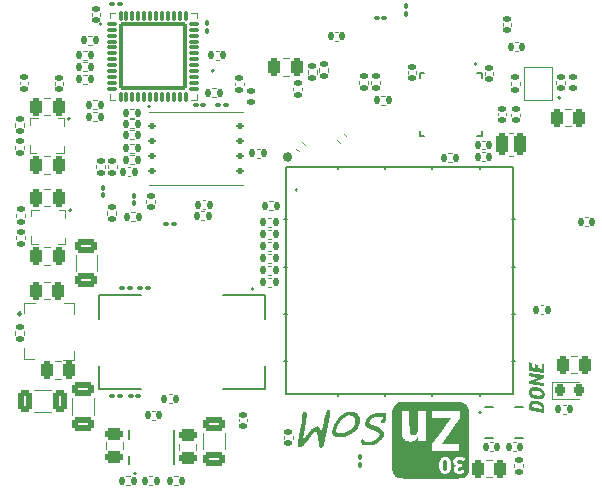
<source format=gto>
G04 #@! TF.GenerationSoftware,KiCad,Pcbnew,8.0.0~rc2-1e5b68cb87~176~ubuntu22.04.1*
G04 #@! TF.CreationDate,2024-06-10T16:32:28+02:00*
G04 #@! TF.ProjectId,prova_fpga,70726f76-615f-4667-9067-612e6b696361,rev?*
G04 #@! TF.SameCoordinates,Original*
G04 #@! TF.FileFunction,Legend,Top*
G04 #@! TF.FilePolarity,Positive*
%FSLAX46Y46*%
G04 Gerber Fmt 4.6, Leading zero omitted, Abs format (unit mm)*
G04 Created by KiCad (PCBNEW 8.0.0~rc2-1e5b68cb87~176~ubuntu22.04.1) date 2024-06-10 16:32:28*
%MOMM*%
%LPD*%
G01*
G04 APERTURE LIST*
G04 Aperture macros list*
%AMRoundRect*
0 Rectangle with rounded corners*
0 $1 Rounding radius*
0 $2 $3 $4 $5 $6 $7 $8 $9 X,Y pos of 4 corners*
0 Add a 4 corners polygon primitive as box body*
4,1,4,$2,$3,$4,$5,$6,$7,$8,$9,$2,$3,0*
0 Add four circle primitives for the rounded corners*
1,1,$1+$1,$2,$3*
1,1,$1+$1,$4,$5*
1,1,$1+$1,$6,$7*
1,1,$1+$1,$8,$9*
0 Add four rect primitives between the rounded corners*
20,1,$1+$1,$2,$3,$4,$5,0*
20,1,$1+$1,$4,$5,$6,$7,0*
20,1,$1+$1,$6,$7,$8,$9,0*
20,1,$1+$1,$8,$9,$2,$3,0*%
%AMFreePoly0*
4,1,14,0.330075,0.140035,0.330090,0.140000,0.330040,0.069961,0.330025,0.069926,0.090025,-0.170070,0.089990,-0.170085,-0.130002,-0.170089,-0.130037,-0.170074,-0.130052,-0.170039,-0.130110,0.140000,-0.130095,0.140035,-0.130060,0.140050,0.330040,0.140050,0.330075,0.140035,0.330075,0.140035,$1*%
%AMFreePoly1*
4,1,14,0.089990,0.170085,0.090025,0.170070,0.330025,-0.069926,0.330040,-0.069961,0.330090,-0.140000,0.330075,-0.140035,0.330040,-0.140050,-0.130060,-0.140050,-0.130095,-0.140035,-0.130110,-0.140000,-0.130052,0.170039,-0.130037,0.170074,-0.130002,0.170089,0.089990,0.170085,0.089990,0.170085,$1*%
%AMFreePoly2*
4,1,14,0.130037,0.170074,0.130052,0.170039,0.130110,-0.140000,0.130095,-0.140035,0.130060,-0.140050,-0.330040,-0.140050,-0.330075,-0.140035,-0.330090,-0.140000,-0.330040,-0.069961,-0.330025,-0.069926,-0.090025,0.170070,-0.089990,0.170085,0.130002,0.170089,0.130037,0.170074,0.130037,0.170074,$1*%
%AMFreePoly3*
4,1,17,-0.298000,0.551600,0.299000,0.551600,0.299000,-0.551601,-0.299000,-0.551601,-0.299000,-0.551600,-0.806000,-0.551600,-0.806000,-0.348400,-0.299000,-0.348400,-0.299000,-0.101601,-0.806000,-0.101601,-0.806000,0.101599,-0.299000,0.101599,-0.299000,0.348401,-0.806000,0.348401,-0.806000,0.551601,-0.298000,0.551601,-0.298000,0.551600,-0.298000,0.551600,$1*%
%AMFreePoly4*
4,1,16,0.806000,0.348400,0.299000,0.348400,0.299000,0.101600,0.806000,0.101600,0.806000,-0.101600,0.299000,-0.101600,0.299000,-0.348400,0.806000,-0.348400,0.806000,-0.551600,0.299000,-0.551600,0.299000,-0.551601,-0.299000,-0.551601,-0.299000,0.551600,0.299000,0.551600,0.806000,0.551600,0.806000,0.348400,0.806000,0.348400,$1*%
%AMFreePoly5*
4,1,17,0.250002,0.499999,0.250002,-0.200000,0.200002,-0.250000,-0.499999,-0.250000,-0.549999,-0.200000,-0.549999,-0.050000,-0.499999,0.000000,-0.299999,0.000000,-0.250000,0.049999,-0.250000,0.199999,-0.200000,0.249999,-0.050000,0.249999,0.000000,0.299999,0.000000,0.499999,0.050000,0.549998,0.200000,0.549998,0.250002,0.499999,0.250002,0.499999,$1*%
%AMFreePoly6*
4,1,17,0.249999,0.200000,0.250002,-0.499999,0.200000,-0.549998,0.050000,-0.549998,0.000000,-0.499999,0.000002,-0.299999,-0.050000,-0.249999,-0.200000,-0.249999,-0.250000,-0.199999,-0.249997,-0.049999,-0.299999,0.000000,-0.499999,0.000000,-0.549999,0.050000,-0.549999,0.200000,-0.499999,0.250000,0.200002,0.250000,0.249999,0.200000,0.249999,0.200000,$1*%
%AMFreePoly7*
4,1,17,0.500001,0.250000,0.550001,0.200000,0.550001,0.050000,0.500001,0.000000,0.300001,0.000000,0.249999,-0.049999,0.250002,-0.199999,0.200002,-0.249999,0.050002,-0.249999,0.000000,-0.299999,0.000002,-0.499999,-0.049998,-0.549998,-0.200000,-0.549998,-0.250000,-0.499999,-0.250000,0.200003,-0.200000,0.250002,0.500001,0.250000,0.500001,0.250000,$1*%
%AMFreePoly8*
4,1,17,0.000002,0.500002,0.000000,0.300002,0.050002,0.250002,0.200002,0.250002,0.250002,0.200002,0.249999,0.050002,0.300001,0.000003,0.500001,0.000003,0.550001,-0.049997,0.550001,-0.199997,0.500001,-0.249997,-0.200000,-0.249999,-0.250000,-0.199997,-0.250000,0.500002,-0.200000,0.550001,-0.049998,0.550001,0.000002,0.500002,0.000002,0.500002,$1*%
G04 Aperture macros list end*
%ADD10C,0.200000*%
%ADD11C,0.400000*%
%ADD12C,0.300000*%
%ADD13C,0.120000*%
%ADD14C,0.152400*%
%ADD15C,0.000000*%
%ADD16C,0.127000*%
%ADD17C,0.150000*%
%ADD18C,0.250000*%
%ADD19C,2.505000*%
%ADD20RoundRect,0.250000X-0.250000X-0.650000X0.250000X-0.650000X0.250000X0.650000X-0.250000X0.650000X0*%
%ADD21RoundRect,0.135000X-0.135000X-0.185000X0.135000X-0.185000X0.135000X0.185000X-0.135000X0.185000X0*%
%ADD22RoundRect,0.135000X-0.226274X-0.035355X-0.035355X-0.226274X0.226274X0.035355X0.035355X0.226274X0*%
%ADD23RoundRect,0.135000X0.135000X0.185000X-0.135000X0.185000X-0.135000X-0.185000X0.135000X-0.185000X0*%
%ADD24RoundRect,0.140000X0.140000X0.170000X-0.140000X0.170000X-0.140000X-0.170000X0.140000X-0.170000X0*%
%ADD25RoundRect,0.140000X-0.140000X-0.170000X0.140000X-0.170000X0.140000X0.170000X-0.140000X0.170000X0*%
%ADD26RoundRect,0.250000X-0.650000X0.325000X-0.650000X-0.325000X0.650000X-0.325000X0.650000X0.325000X0*%
%ADD27RoundRect,0.250000X-0.475000X0.250000X-0.475000X-0.250000X0.475000X-0.250000X0.475000X0.250000X0*%
%ADD28C,2.700000*%
%ADD29RoundRect,0.140000X0.170000X-0.140000X0.170000X0.140000X-0.170000X0.140000X-0.170000X-0.140000X0*%
%ADD30RoundRect,0.135000X-0.185000X0.135000X-0.185000X-0.135000X0.185000X-0.135000X0.185000X0.135000X0*%
%ADD31RoundRect,0.100000X0.100000X-0.130000X0.100000X0.130000X-0.100000X0.130000X-0.100000X-0.130000X0*%
%ADD32RoundRect,0.100000X-0.130000X-0.100000X0.130000X-0.100000X0.130000X0.100000X-0.130000X0.100000X0*%
%ADD33RoundRect,0.100000X0.130000X0.100000X-0.130000X0.100000X-0.130000X-0.100000X0.130000X-0.100000X0*%
%ADD34RoundRect,0.125000X-0.200000X-0.125000X0.200000X-0.125000X0.200000X0.125000X-0.200000X0.125000X0*%
%ADD35R,3.400000X4.300000*%
%ADD36R,0.203200X0.711200*%
%ADD37R,0.711200X0.203200*%
%ADD38R,3.708400X3.708400*%
%ADD39FreePoly0,180.000000*%
%ADD40FreePoly1,180.000000*%
%ADD41FreePoly2,180.000000*%
%ADD42FreePoly1,0.000000*%
%ADD43RoundRect,0.027000X0.000000X0.343654X-0.343654X0.000000X0.000000X-0.343654X0.343654X0.000000X0*%
%ADD44RoundRect,0.050960X0.353039X-0.076440X0.353039X0.076440X-0.353039X0.076440X-0.353039X-0.076440X0*%
%ADD45RoundRect,0.050960X-0.076440X-0.353039X0.076440X-0.353039X0.076440X0.353039X-0.076440X0.353039X0*%
%ADD46RoundRect,0.170688X-2.674112X-2.674112X2.674112X-2.674112X2.674112X2.674112X-2.674112X2.674112X0*%
%ADD47RoundRect,0.218750X-0.218750X-0.256250X0.218750X-0.256250X0.218750X0.256250X-0.218750X0.256250X0*%
%ADD48R,0.203200X0.812800*%
%ADD49FreePoly3,90.000000*%
%ADD50FreePoly4,90.000000*%
%ADD51R,1.092200X0.254000*%
%ADD52R,0.508000X0.254000*%
%ADD53RoundRect,0.135000X0.185000X-0.135000X0.185000X0.135000X-0.185000X0.135000X-0.185000X-0.135000X0*%
%ADD54RoundRect,0.250000X0.325000X0.650000X-0.325000X0.650000X-0.325000X-0.650000X0.325000X-0.650000X0*%
%ADD55C,0.420000*%
%ADD56RoundRect,0.250000X0.250000X0.475000X-0.250000X0.475000X-0.250000X-0.475000X0.250000X-0.475000X0*%
%ADD57RoundRect,0.147500X0.172500X-0.147500X0.172500X0.147500X-0.172500X0.147500X-0.172500X-0.147500X0*%
%ADD58R,0.250000X0.600000*%
%ADD59R,0.250000X0.900000*%
%ADD60R,0.450000X0.250000*%
%ADD61RoundRect,0.250000X-0.250000X-0.475000X0.250000X-0.475000X0.250000X0.475000X-0.250000X0.475000X0*%
%ADD62R,0.482600X0.254000*%
%ADD63R,0.254000X0.482600*%
%ADD64RoundRect,0.147500X-0.172500X0.147500X-0.172500X-0.147500X0.172500X-0.147500X0.172500X0.147500X0*%
%ADD65RoundRect,0.100000X-0.100000X0.130000X-0.100000X-0.130000X0.100000X-0.130000X0.100000X0.130000X0*%
%ADD66RoundRect,0.140000X-0.170000X0.140000X-0.170000X-0.140000X0.170000X-0.140000X0.170000X0.140000X0*%
%ADD67R,0.800000X0.600000*%
%ADD68C,0.506400*%
%ADD69FreePoly5,0.000000*%
%ADD70R,0.700001X0.249999*%
%ADD71FreePoly6,0.000000*%
%ADD72R,0.249999X0.700001*%
%ADD73FreePoly7,0.000000*%
%ADD74FreePoly8,0.000000*%
%ADD75R,1.599999X1.799999*%
G04 APERTURE END LIST*
D10*
X119320000Y-100460000D02*
G75*
G02*
X119120000Y-100460000I-100000J0D01*
G01*
X119120000Y-100460000D02*
G75*
G02*
X119320000Y-100460000I100000J0D01*
G01*
X124700000Y-97400000D02*
G75*
G02*
X124500000Y-97400000I-100000J0D01*
G01*
X124500000Y-97400000D02*
G75*
G02*
X124700000Y-97400000I100000J0D01*
G01*
X146960000Y-96860000D02*
G75*
G02*
X146760000Y-96860000I-100000J0D01*
G01*
X146760000Y-96860000D02*
G75*
G02*
X146960000Y-96860000I100000J0D01*
G01*
X131800000Y-107500000D02*
G75*
G02*
X131600000Y-107500000I-100000J0D01*
G01*
X131600000Y-107500000D02*
G75*
G02*
X131800000Y-107500000I100000J0D01*
G01*
D11*
X131150000Y-104720000D02*
G75*
G02*
X130750000Y-104720000I-200000J0D01*
G01*
X130750000Y-104720000D02*
G75*
G02*
X131150000Y-104720000I200000J0D01*
G01*
D10*
X154050000Y-99700000D02*
G75*
G02*
X153850000Y-99700000I-100000J0D01*
G01*
X153850000Y-99700000D02*
G75*
G02*
X154050000Y-99700000I100000J0D01*
G01*
D12*
G36*
X151936998Y-125343879D02*
G01*
X152019131Y-125352234D01*
X152031406Y-125353771D01*
X152113399Y-125366572D01*
X152188835Y-125382212D01*
X152267019Y-125403564D01*
X152336640Y-125428626D01*
X152352707Y-125435471D01*
X152419541Y-125468997D01*
X152484285Y-125511415D01*
X152543932Y-125564356D01*
X152553475Y-125574689D01*
X152599194Y-125635320D01*
X152634091Y-125702358D01*
X152656423Y-125768862D01*
X152672693Y-125847447D01*
X152681623Y-125923697D01*
X152684972Y-126004526D01*
X152685000Y-126012861D01*
X152685000Y-126088868D01*
X152685000Y-126164182D01*
X152685000Y-126215460D01*
X152685000Y-126291490D01*
X152685000Y-126363838D01*
X151395397Y-126180655D01*
X151391688Y-126106557D01*
X151383674Y-126035942D01*
X151376083Y-125960319D01*
X151374151Y-125917972D01*
X151606423Y-125917972D01*
X152450526Y-126038506D01*
X152450526Y-126007365D01*
X152450526Y-125959371D01*
X152440401Y-125884317D01*
X152405875Y-125814567D01*
X152353224Y-125762804D01*
X152346845Y-125758237D01*
X152279715Y-125720741D01*
X152205251Y-125692616D01*
X152128675Y-125672027D01*
X152054555Y-125657366D01*
X152028108Y-125653091D01*
X151948085Y-125644315D01*
X151866022Y-125640719D01*
X151787133Y-125645367D01*
X151710869Y-125664315D01*
X151704609Y-125667013D01*
X151644777Y-125711320D01*
X151612560Y-125778296D01*
X151606423Y-125835540D01*
X151606423Y-125883534D01*
X151606423Y-125917972D01*
X151374151Y-125917972D01*
X151372511Y-125882035D01*
X151371950Y-125832609D01*
X151374123Y-125758614D01*
X151381637Y-125682651D01*
X151396100Y-125606694D01*
X151399427Y-125593740D01*
X151426561Y-125522419D01*
X151471305Y-125457829D01*
X151502009Y-125428510D01*
X151565860Y-125387706D01*
X151637605Y-125361164D01*
X151705708Y-125347177D01*
X151783313Y-125340144D01*
X151861492Y-125339732D01*
X151936998Y-125343879D01*
G37*
G36*
X151920349Y-124196955D02*
G01*
X152000788Y-124204179D01*
X152043129Y-124209616D01*
X152125687Y-124223331D01*
X152202635Y-124240299D01*
X152273973Y-124260517D01*
X152355257Y-124290363D01*
X152427775Y-124325289D01*
X152491527Y-124365296D01*
X152546514Y-124410383D01*
X152601546Y-124470541D01*
X152645192Y-124536985D01*
X152677452Y-124609714D01*
X152698326Y-124688729D01*
X152707814Y-124774028D01*
X152708447Y-124803859D01*
X152702702Y-124889991D01*
X152685469Y-124966490D01*
X152650842Y-125043562D01*
X152600578Y-125107520D01*
X152545048Y-125151905D01*
X152477514Y-125186075D01*
X152397461Y-125209452D01*
X152321186Y-125220688D01*
X152236218Y-125224429D01*
X152161983Y-125222025D01*
X152082184Y-125214823D01*
X152040198Y-125209424D01*
X151956954Y-125195628D01*
X151879410Y-125178603D01*
X151807569Y-125158350D01*
X151725784Y-125128494D01*
X151652908Y-125093593D01*
X151588941Y-125053647D01*
X151533883Y-125008656D01*
X151478851Y-124948498D01*
X151435205Y-124882054D01*
X151402945Y-124809325D01*
X151382071Y-124730311D01*
X151373014Y-124648886D01*
X151606423Y-124648886D01*
X151624925Y-124725881D01*
X151674848Y-124785146D01*
X151718531Y-124814483D01*
X151789412Y-124847024D01*
X151865897Y-124871765D01*
X151943226Y-124890183D01*
X152017239Y-124903570D01*
X152043496Y-124907540D01*
X152118603Y-124916843D01*
X152197438Y-124922391D01*
X152275943Y-124921732D01*
X152349481Y-124912069D01*
X152363698Y-124908639D01*
X152430897Y-124876027D01*
X152470097Y-124811803D01*
X152473974Y-124775648D01*
X152458260Y-124699021D01*
X152411119Y-124636201D01*
X152362233Y-124601992D01*
X152291434Y-124569505D01*
X152215511Y-124545251D01*
X152139048Y-124527597D01*
X152066057Y-124515116D01*
X152040198Y-124511500D01*
X151963983Y-124502299D01*
X151884182Y-124497133D01*
X151805001Y-124498569D01*
X151731250Y-124509546D01*
X151717065Y-124513332D01*
X151649643Y-124547335D01*
X151610313Y-124612531D01*
X151606423Y-124648886D01*
X151373014Y-124648886D01*
X151372583Y-124645011D01*
X151371950Y-124615181D01*
X151377694Y-124529993D01*
X151394928Y-124454129D01*
X151429554Y-124377408D01*
X151479818Y-124313380D01*
X151535348Y-124268600D01*
X151602986Y-124233820D01*
X151683348Y-124209988D01*
X151760038Y-124198491D01*
X151845565Y-124194596D01*
X151920349Y-124196955D01*
G37*
G36*
X152685000Y-123218967D02*
G01*
X152685000Y-123476154D01*
X151895851Y-123764117D01*
X151935785Y-123760453D01*
X152008514Y-123769790D01*
X152019682Y-123771810D01*
X152685000Y-123863035D01*
X152685000Y-124123154D01*
X151395397Y-123939972D01*
X151395397Y-123679487D01*
X151473158Y-123651189D01*
X151550095Y-123623175D01*
X151626207Y-123595445D01*
X151701495Y-123567997D01*
X151775958Y-123540833D01*
X151800596Y-123531842D01*
X151874527Y-123505159D01*
X151948768Y-123478965D01*
X152023317Y-123453261D01*
X152098176Y-123428046D01*
X152173343Y-123403321D01*
X152198468Y-123395188D01*
X152198468Y-123397752D01*
X152143513Y-123398485D01*
X152069390Y-123393173D01*
X152061448Y-123392623D01*
X151395397Y-123298468D01*
X151395397Y-123035418D01*
X152685000Y-123218967D01*
G37*
G36*
X152685000Y-122987424D02*
G01*
X151395397Y-122804242D01*
X151395397Y-122090565D01*
X151629870Y-122128300D01*
X151629870Y-122541559D01*
X151887791Y-122580760D01*
X151887791Y-122265321D01*
X152122264Y-122296828D01*
X152122264Y-122614832D01*
X152450526Y-122659528D01*
X152450526Y-122240041D01*
X152685000Y-122271549D01*
X152685000Y-122987424D01*
G37*
D13*
X149660000Y-102660000D02*
X150060000Y-102660000D01*
X149660000Y-104660000D02*
X150060000Y-104660000D01*
X117621359Y-102470000D02*
X117928641Y-102470000D01*
X117621359Y-103230000D02*
X117928641Y-103230000D01*
X154221359Y-125720000D02*
X154528641Y-125720000D01*
X154221359Y-126480000D02*
X154528641Y-126480000D01*
X131652659Y-104020060D02*
X131869940Y-104237341D01*
X132190060Y-103482659D02*
X132407341Y-103699940D01*
X125153641Y-95720000D02*
X124846359Y-95720000D01*
X125153641Y-96480000D02*
X124846359Y-96480000D01*
X129563641Y-112919999D02*
X129256359Y-112919999D01*
X129563641Y-113679999D02*
X129256359Y-113679999D01*
X123957836Y-108390000D02*
X123742164Y-108390000D01*
X123957836Y-109110000D02*
X123742164Y-109110000D01*
X147442164Y-104340000D02*
X147657836Y-104340000D01*
X147442164Y-105060000D02*
X147657836Y-105060000D01*
X112700000Y-125118748D02*
X112700000Y-126541252D01*
X114520000Y-125118748D02*
X114520000Y-126541252D01*
X115540002Y-128888748D02*
X115540002Y-129411252D01*
X117010002Y-128888748D02*
X117010002Y-129411252D01*
X108260000Y-98552836D02*
X108260000Y-98337164D01*
X108980000Y-98552836D02*
X108980000Y-98337164D01*
X147442164Y-103365000D02*
X147657836Y-103365000D01*
X147442164Y-104085000D02*
X147657836Y-104085000D01*
X150120000Y-130696359D02*
X150120000Y-131003641D01*
X150880000Y-130696359D02*
X150880000Y-131003641D01*
X147650000Y-97757836D02*
X147650000Y-97542164D01*
X148370000Y-97757836D02*
X148370000Y-97542164D01*
X148740000Y-101207836D02*
X148740000Y-100992164D01*
X149460000Y-101207836D02*
X149460000Y-100992164D01*
X150217164Y-95015000D02*
X150432836Y-95015000D01*
X150217164Y-95735000D02*
X150432836Y-95735000D01*
X144853641Y-104420000D02*
X144546359Y-104420000D01*
X144853641Y-105180000D02*
X144546359Y-105180000D01*
X128321359Y-104020000D02*
X128628641Y-104020000D01*
X128321359Y-104780000D02*
X128628641Y-104780000D01*
X120866359Y-124810000D02*
X121173641Y-124810000D01*
X120866359Y-125570000D02*
X121173641Y-125570000D01*
X156337836Y-109830000D02*
X156122164Y-109830000D01*
X156337836Y-110550000D02*
X156122164Y-110550000D01*
X119175000Y-107110000D02*
X127175000Y-107110000D01*
X119185000Y-100890000D02*
X127175000Y-100890000D01*
D14*
X142131100Y-97651100D02*
X142131100Y-98045661D01*
X142131100Y-102514339D02*
X142131100Y-102908900D01*
X142131100Y-102908900D02*
X142525661Y-102908900D01*
X142525661Y-97651100D02*
X142131100Y-97651100D01*
X146994339Y-102908900D02*
X147388900Y-102908900D01*
X147388900Y-97651100D02*
X146994339Y-97651100D01*
X147388900Y-98045661D02*
X147388900Y-97651100D01*
X147388900Y-102908900D02*
X147388900Y-102514339D01*
D13*
X129563641Y-113919999D02*
X129256359Y-113919999D01*
X129563641Y-114679999D02*
X129256359Y-114679999D01*
X149820000Y-98346359D02*
X149820000Y-98653641D01*
X150580000Y-98346359D02*
X150580000Y-98653641D01*
X148117164Y-128890000D02*
X148332836Y-128890000D01*
X148117164Y-129610000D02*
X148332836Y-129610000D01*
X119707836Y-126240000D02*
X119492164Y-126240000D01*
X119707836Y-126960000D02*
X119492164Y-126960000D01*
X113646359Y-97770000D02*
X113953641Y-97770000D01*
X113646359Y-98530000D02*
X113953641Y-98530000D01*
X117621359Y-101520000D02*
X117928641Y-101520000D01*
X117621359Y-102280000D02*
X117928641Y-102280000D01*
X117608642Y-131770000D02*
X117301360Y-131770000D01*
X117608642Y-132530000D02*
X117301360Y-132530000D01*
X115869000Y-92517000D02*
X115869000Y-92989860D01*
X115869000Y-99410140D02*
X115869000Y-99883000D01*
X115869000Y-99883000D02*
X116341860Y-99883000D01*
X116341860Y-92517000D02*
X115869000Y-92517000D01*
X122762140Y-99883000D02*
X123235000Y-99883000D01*
X123235000Y-92517000D02*
X122762140Y-92517000D01*
X123235000Y-92989860D02*
X123235000Y-92517000D01*
X123235000Y-99883000D02*
X123235000Y-99410140D01*
D10*
X115202000Y-93450000D02*
G75*
G02*
X115002000Y-93450000I-100000J0D01*
G01*
X115002000Y-93450000D02*
G75*
G02*
X115202000Y-93450000I100000J0D01*
G01*
D13*
X153315000Y-123740000D02*
X153315000Y-125210000D01*
X153315000Y-125210000D02*
X155600000Y-125210000D01*
X155600000Y-123740000D02*
X153315000Y-123740000D01*
X138856359Y-99520000D02*
X139163641Y-99520000D01*
X138856359Y-100280000D02*
X139163641Y-100280000D01*
D14*
X117494601Y-127877600D02*
X117494601Y-128590260D01*
X117494601Y-130009740D02*
X117494601Y-130722400D01*
X121355401Y-130722400D02*
X121355401Y-127877600D01*
D10*
X118125001Y-131500000D02*
G75*
G02*
X117925001Y-131500000I-100000J0D01*
G01*
X117925001Y-131500000D02*
G75*
G02*
X118125001Y-131500000I100000J0D01*
G01*
D13*
X121740002Y-128982048D02*
X121740002Y-129504552D01*
X123210002Y-128982048D02*
X123210002Y-129504552D01*
X107970000Y-111703641D02*
X107970000Y-111396359D01*
X108730000Y-111703641D02*
X108730000Y-111396359D01*
X110901252Y-124460000D02*
X109478748Y-124460000D01*
X110901252Y-126280000D02*
X109478748Y-126280000D01*
D15*
G36*
X144322074Y-130354435D02*
G01*
X144328271Y-130357086D01*
X144357665Y-130374907D01*
X144382707Y-130399359D01*
X144403867Y-130431300D01*
X144421619Y-130471586D01*
X144436434Y-130521072D01*
X144447518Y-130573475D01*
X144450418Y-130595606D01*
X144452977Y-130626876D01*
X144455163Y-130665417D01*
X144456944Y-130709362D01*
X144458289Y-130756844D01*
X144459167Y-130805996D01*
X144459546Y-130854950D01*
X144459395Y-130901839D01*
X144458681Y-130944796D01*
X144457374Y-130981954D01*
X144455442Y-131011445D01*
X144454988Y-131016153D01*
X144445706Y-131084481D01*
X144432937Y-131142600D01*
X144416568Y-131190779D01*
X144396486Y-131229289D01*
X144372579Y-131258402D01*
X144346186Y-131277619D01*
X144308999Y-131292320D01*
X144272558Y-131296037D01*
X144236869Y-131288769D01*
X144205743Y-131273064D01*
X144182107Y-131252950D01*
X144161752Y-131225229D01*
X144144529Y-131189403D01*
X144130288Y-131144976D01*
X144118882Y-131091451D01*
X144110162Y-131028331D01*
X144103978Y-130955119D01*
X144102417Y-130927634D01*
X144100604Y-130874371D01*
X144100236Y-130817624D01*
X144101219Y-130759845D01*
X144103458Y-130703482D01*
X144106859Y-130650985D01*
X144111327Y-130604805D01*
X144116191Y-130570616D01*
X144125904Y-130524252D01*
X144138050Y-130481149D01*
X144151836Y-130443697D01*
X144166468Y-130414281D01*
X144170084Y-130408582D01*
X144194275Y-130381057D01*
X144223605Y-130361217D01*
X144256039Y-130349724D01*
X144289541Y-130347243D01*
X144322074Y-130354435D01*
G37*
G36*
X137067266Y-127121430D02*
G01*
X137050822Y-127213505D01*
X137047395Y-127229829D01*
X137018868Y-127337848D01*
X136980380Y-127441868D01*
X136931850Y-127542002D01*
X136873202Y-127638361D01*
X136804355Y-127731057D01*
X136725233Y-127820202D01*
X136635756Y-127905908D01*
X136535845Y-127988285D01*
X136491785Y-128021170D01*
X136399625Y-128086177D01*
X136309009Y-128146421D01*
X136220832Y-128201396D01*
X136135992Y-128250594D01*
X136055384Y-128293508D01*
X135979904Y-128329629D01*
X135910448Y-128358451D01*
X135872614Y-128371841D01*
X135798726Y-128393906D01*
X135724067Y-128411645D01*
X135646627Y-128425363D01*
X135564394Y-128435364D01*
X135475359Y-128441951D01*
X135386959Y-128445230D01*
X135289317Y-128445572D01*
X135201473Y-128441866D01*
X135122910Y-128433918D01*
X135053114Y-128421537D01*
X134991570Y-128404529D01*
X134937762Y-128382701D01*
X134891175Y-128355862D01*
X134851292Y-128323817D01*
X134817600Y-128286374D01*
X134789583Y-128243340D01*
X134776173Y-128216714D01*
X134756032Y-128161221D01*
X134742622Y-128097931D01*
X134735891Y-128027723D01*
X134735788Y-127951471D01*
X134738361Y-127919104D01*
X135053508Y-127919104D01*
X135053794Y-127925074D01*
X135061215Y-127954231D01*
X135078093Y-127981711D01*
X135104843Y-128007943D01*
X135141879Y-128033357D01*
X135176245Y-128051936D01*
X135217298Y-128070728D01*
X135254776Y-128083974D01*
X135291425Y-128092071D01*
X135329992Y-128095421D01*
X135373224Y-128094422D01*
X135423867Y-128089474D01*
X135429508Y-128088769D01*
X135462035Y-128084846D01*
X135502101Y-128080331D01*
X135546275Y-128075593D01*
X135591126Y-128071000D01*
X135633008Y-128066940D01*
X135692732Y-128060910D01*
X135743311Y-128054668D01*
X135786608Y-128047769D01*
X135824484Y-128039766D01*
X135858804Y-128030213D01*
X135891429Y-128018664D01*
X135924221Y-128004671D01*
X135955189Y-127989736D01*
X136003283Y-127963209D01*
X136056913Y-127929467D01*
X136114520Y-127889713D01*
X136174542Y-127845147D01*
X136235416Y-127796970D01*
X136295583Y-127746385D01*
X136353479Y-127694593D01*
X136407544Y-127642794D01*
X136412324Y-127638017D01*
X136477481Y-127569184D01*
X136532799Y-127502973D01*
X136578827Y-127438356D01*
X136616114Y-127374307D01*
X136645208Y-127309799D01*
X136666658Y-127243806D01*
X136681014Y-127175299D01*
X136687285Y-127123604D01*
X136689258Y-127046674D01*
X136681447Y-126974420D01*
X136664097Y-126907225D01*
X136637452Y-126845473D01*
X136601756Y-126789545D01*
X136557252Y-126739826D01*
X136504184Y-126696697D01*
X136442796Y-126660542D01*
X136374356Y-126632093D01*
X136332298Y-126618865D01*
X136293069Y-126609370D01*
X136253590Y-126603183D01*
X136210781Y-126599879D01*
X136161563Y-126599034D01*
X136136854Y-126599336D01*
X136100857Y-126600220D01*
X136073184Y-126601518D01*
X136051150Y-126603545D01*
X136032069Y-126606618D01*
X136013255Y-126611052D01*
X135996476Y-126615825D01*
X135922654Y-126643028D01*
X135847596Y-126680943D01*
X135771562Y-126729371D01*
X135694809Y-126788117D01*
X135617595Y-126856983D01*
X135540180Y-126935771D01*
X135465563Y-127020980D01*
X135386866Y-127122579D01*
X135314107Y-127230396D01*
X135248789Y-127341995D01*
X135192417Y-127454937D01*
X135178578Y-127486151D01*
X135160381Y-127530565D01*
X135142315Y-127578720D01*
X135124804Y-127629118D01*
X135108274Y-127680265D01*
X135093150Y-127730665D01*
X135079858Y-127778822D01*
X135068822Y-127823240D01*
X135060469Y-127862423D01*
X135055222Y-127894877D01*
X135053508Y-127919104D01*
X134738361Y-127919104D01*
X134742260Y-127870054D01*
X134755257Y-127784348D01*
X134774726Y-127695230D01*
X134800617Y-127603576D01*
X134814784Y-127560469D01*
X134851735Y-127462231D01*
X134896358Y-127359706D01*
X134947486Y-127255176D01*
X135003956Y-127150922D01*
X135064602Y-127049225D01*
X135116330Y-126969788D01*
X135192104Y-126864209D01*
X135269301Y-126769048D01*
X135348587Y-126683737D01*
X135430626Y-126607710D01*
X135516084Y-126540400D01*
X135605626Y-126481240D01*
X135699918Y-126429663D01*
X135799623Y-126385103D01*
X135805102Y-126382914D01*
X135903816Y-126348159D01*
X136005787Y-126320702D01*
X136109005Y-126300863D01*
X136211460Y-126288963D01*
X136311141Y-126285322D01*
X136394277Y-126289141D01*
X136480235Y-126300601D01*
X136564095Y-126319282D01*
X136644002Y-126344576D01*
X136718101Y-126375871D01*
X136784538Y-126412556D01*
X136800059Y-126422720D01*
X136846009Y-126459328D01*
X136890741Y-126505352D01*
X136933241Y-126559201D01*
X136972492Y-126619282D01*
X137007480Y-126684003D01*
X137037189Y-126751772D01*
X137060604Y-126820998D01*
X137065485Y-126838847D01*
X137076059Y-126896745D01*
X137079882Y-126963105D01*
X137076952Y-127037982D01*
X137075943Y-127046674D01*
X137067266Y-127121430D01*
G37*
G36*
X139221351Y-126359139D02*
G01*
X139222507Y-126361758D01*
X139227151Y-126376364D01*
X139233782Y-126399807D01*
X139241930Y-126430193D01*
X139251127Y-126465627D01*
X139260902Y-126504214D01*
X139270786Y-126544058D01*
X139280308Y-126583266D01*
X139289001Y-126619942D01*
X139296394Y-126652191D01*
X139302017Y-126678118D01*
X139305402Y-126695829D01*
X139305599Y-126697076D01*
X139312352Y-126769173D01*
X139310679Y-126840060D01*
X139301002Y-126908640D01*
X139283746Y-126973818D01*
X139259334Y-127034498D01*
X139228191Y-127089585D01*
X139190739Y-127137984D01*
X139147402Y-127178598D01*
X139109365Y-127204413D01*
X139074451Y-127221021D01*
X139036028Y-127233326D01*
X138996336Y-127241125D01*
X138957614Y-127244217D01*
X138922102Y-127242400D01*
X138892041Y-127235473D01*
X138872831Y-127225697D01*
X138855513Y-127207219D01*
X138842528Y-127181445D01*
X138835303Y-127151697D01*
X138834296Y-127135998D01*
X138838710Y-127092995D01*
X138852252Y-127051075D01*
X138875372Y-127009374D01*
X138908521Y-126967030D01*
X138938858Y-126935653D01*
X138967715Y-126906339D01*
X138987920Y-126882104D01*
X139000089Y-126862083D01*
X139004837Y-126845410D01*
X139004951Y-126842637D01*
X139003216Y-126829344D01*
X138998620Y-126809535D01*
X138992079Y-126787037D01*
X138990537Y-126782311D01*
X138983011Y-126760705D01*
X138976803Y-126746981D01*
X138970055Y-126738478D01*
X138960914Y-126732536D01*
X138953378Y-126729036D01*
X138934108Y-126722342D01*
X138909334Y-126716989D01*
X138878200Y-126712921D01*
X138839855Y-126710084D01*
X138793443Y-126708420D01*
X138738111Y-126707876D01*
X138673005Y-126708394D01*
X138644374Y-126708879D01*
X138574030Y-126710587D01*
X138513288Y-126712968D01*
X138460747Y-126716243D01*
X138415007Y-126720633D01*
X138374670Y-126726358D01*
X138338336Y-126733639D01*
X138304605Y-126742698D01*
X138272077Y-126753755D01*
X138239353Y-126767030D01*
X138219591Y-126775899D01*
X138183524Y-126793887D01*
X138144393Y-126815683D01*
X138104100Y-126840018D01*
X138064551Y-126865626D01*
X138027651Y-126891239D01*
X137995303Y-126915588D01*
X137969413Y-126937408D01*
X137954529Y-126952303D01*
X137933207Y-126982772D01*
X137913546Y-127023685D01*
X137895748Y-127074575D01*
X137885517Y-127111812D01*
X137876759Y-127147819D01*
X137870909Y-127175228D01*
X137867813Y-127196020D01*
X137867318Y-127212174D01*
X137869273Y-127225669D01*
X137873525Y-127238485D01*
X137875406Y-127242902D01*
X137882598Y-127256276D01*
X137892555Y-127268916D01*
X137906439Y-127281628D01*
X137925410Y-127295217D01*
X137950632Y-127310490D01*
X137983266Y-127328254D01*
X138024475Y-127349314D01*
X138039716Y-127356908D01*
X138103765Y-127387736D01*
X138164545Y-127415146D01*
X138221094Y-127438782D01*
X138272453Y-127458287D01*
X138317659Y-127473305D01*
X138355752Y-127483478D01*
X138385772Y-127488451D01*
X138395310Y-127488904D01*
X138418701Y-127491288D01*
X138448786Y-127497843D01*
X138482482Y-127507673D01*
X138516709Y-127519882D01*
X138547560Y-127533177D01*
X138603640Y-127563335D01*
X138662686Y-127601180D01*
X138723356Y-127645432D01*
X138784310Y-127694807D01*
X138844206Y-127748027D01*
X138901702Y-127803809D01*
X138955458Y-127860871D01*
X139004131Y-127917934D01*
X139046380Y-127973715D01*
X139080865Y-128026933D01*
X139098344Y-128059267D01*
X139117388Y-128104031D01*
X139130379Y-128147817D01*
X139136520Y-128187733D01*
X139136908Y-128199047D01*
X139131994Y-128245116D01*
X139117353Y-128295819D01*
X139093131Y-128350923D01*
X139059476Y-128410196D01*
X139016537Y-128473404D01*
X138964460Y-128540316D01*
X138903394Y-128610697D01*
X138833487Y-128684315D01*
X138820622Y-128697248D01*
X138716950Y-128794066D01*
X138610302Y-128880377D01*
X138500478Y-128956328D01*
X138387277Y-129022065D01*
X138356235Y-129038019D01*
X138306648Y-129061621D01*
X138258537Y-129081804D01*
X138210578Y-129098801D01*
X138161448Y-129112848D01*
X138109822Y-129124180D01*
X138054377Y-129133031D01*
X137993789Y-129139635D01*
X137926734Y-129144228D01*
X137851888Y-129147044D01*
X137767928Y-129148318D01*
X137733299Y-129148446D01*
X137673742Y-129148383D01*
X137623863Y-129147973D01*
X137582333Y-129147100D01*
X137547822Y-129145643D01*
X137519000Y-129143484D01*
X137494539Y-129140504D01*
X137473108Y-129136585D01*
X137453377Y-129131608D01*
X137434019Y-129125455D01*
X137420281Y-129120497D01*
X137374057Y-129098586D01*
X137327772Y-129068193D01*
X137283397Y-129031239D01*
X137242902Y-128989651D01*
X137208259Y-128945351D01*
X137181437Y-128900265D01*
X137171354Y-128877457D01*
X137162138Y-128844576D01*
X137156983Y-128806734D01*
X137156129Y-128768269D01*
X137159812Y-128733520D01*
X137162756Y-128721128D01*
X137176703Y-128686432D01*
X137195914Y-128658049D01*
X137219085Y-128637259D01*
X137244911Y-128625339D01*
X137262918Y-128622951D01*
X137282769Y-128625357D01*
X137304104Y-128633102D01*
X137328121Y-128646929D01*
X137356018Y-128667576D01*
X137388994Y-128695784D01*
X137406081Y-128711394D01*
X137433711Y-128736567D01*
X137456176Y-128755678D01*
X137475984Y-128770561D01*
X137495646Y-128783048D01*
X137517671Y-128794970D01*
X137526862Y-128799576D01*
X137563928Y-128816964D01*
X137596948Y-128830009D01*
X137628675Y-128839297D01*
X137661865Y-128845418D01*
X137699272Y-128848960D01*
X137743651Y-128850511D01*
X137766329Y-128850715D01*
X137817251Y-128850261D01*
X137860795Y-128848234D01*
X137900533Y-128844221D01*
X137940035Y-128837809D01*
X137982874Y-128828584D01*
X138005796Y-128823005D01*
X138099037Y-128794685D01*
X138190836Y-128756641D01*
X138281802Y-128708555D01*
X138372544Y-128650106D01*
X138455544Y-128587558D01*
X138517212Y-128535243D01*
X138572071Y-128483239D01*
X138619801Y-128432078D01*
X138660084Y-128382291D01*
X138692601Y-128334409D01*
X138717034Y-128288962D01*
X138733065Y-128246481D01*
X138740374Y-128207498D01*
X138738644Y-128172543D01*
X138727555Y-128142148D01*
X138725179Y-128138194D01*
X138700190Y-128106636D01*
X138664420Y-128073649D01*
X138617989Y-128039320D01*
X138561022Y-128003736D01*
X138493640Y-127966984D01*
X138462710Y-127951440D01*
X138419387Y-127930653D01*
X138376292Y-127911096D01*
X138331752Y-127892110D01*
X138284093Y-127873033D01*
X138231642Y-127853206D01*
X138172727Y-127831967D01*
X138105673Y-127808657D01*
X138071542Y-127797025D01*
X137988201Y-127767586D01*
X137914762Y-127739013D01*
X137850206Y-127710775D01*
X137793513Y-127682343D01*
X137743665Y-127653184D01*
X137699642Y-127622768D01*
X137660425Y-127590565D01*
X137641956Y-127573291D01*
X137596523Y-127523626D01*
X137561465Y-127472918D01*
X137536154Y-127419692D01*
X137519966Y-127362472D01*
X137512272Y-127299784D01*
X137511415Y-127265952D01*
X137515033Y-127201137D01*
X137525865Y-127137653D01*
X137544447Y-127073578D01*
X137571311Y-127006997D01*
X137599375Y-126950167D01*
X137652138Y-126858608D01*
X137708224Y-126777263D01*
X137768064Y-126705721D01*
X137832090Y-126643574D01*
X137900734Y-126590412D01*
X137974428Y-126545824D01*
X138053605Y-126509400D01*
X138070993Y-126502741D01*
X138131928Y-126482651D01*
X138202855Y-126463693D01*
X138282794Y-126446046D01*
X138370768Y-126429885D01*
X138465799Y-126415389D01*
X138566910Y-126402735D01*
X138673123Y-126392100D01*
X138688414Y-126390776D01*
X138707573Y-126389243D01*
X138734910Y-126387188D01*
X138769066Y-126384703D01*
X138808684Y-126381881D01*
X138852408Y-126378813D01*
X138898880Y-126375591D01*
X138946743Y-126372307D01*
X138994640Y-126369055D01*
X139041214Y-126365925D01*
X139085107Y-126363010D01*
X139124962Y-126360402D01*
X139159423Y-126358193D01*
X139187132Y-126356476D01*
X139206731Y-126355341D01*
X139216864Y-126354882D01*
X139217369Y-126354877D01*
X139221351Y-126359139D01*
G37*
G36*
X134473591Y-126100015D02*
G01*
X134490949Y-126106336D01*
X134506881Y-126116955D01*
X134520510Y-126130986D01*
X134531817Y-126148908D01*
X134540781Y-126171202D01*
X134547383Y-126198349D01*
X134551602Y-126230828D01*
X134553418Y-126269120D01*
X134552811Y-126313706D01*
X134549761Y-126365066D01*
X134544248Y-126423680D01*
X134536252Y-126490030D01*
X134525752Y-126564594D01*
X134512730Y-126647854D01*
X134497163Y-126740290D01*
X134479033Y-126842383D01*
X134458319Y-126954613D01*
X134454643Y-126974188D01*
X134436748Y-127068081D01*
X134417093Y-127169086D01*
X134395898Y-127276165D01*
X134373386Y-127388280D01*
X134349776Y-127504393D01*
X134325291Y-127623468D01*
X134300151Y-127744466D01*
X134274577Y-127866351D01*
X134248790Y-127988085D01*
X134223013Y-128108629D01*
X134197464Y-128226947D01*
X134172367Y-128342002D01*
X134147941Y-128452755D01*
X134124408Y-128558169D01*
X134101989Y-128657207D01*
X134080906Y-128748830D01*
X134061379Y-128832003D01*
X134043629Y-128905686D01*
X134039030Y-128924385D01*
X134020834Y-128995643D01*
X134003924Y-129056742D01*
X133988017Y-129108422D01*
X133972833Y-129151421D01*
X133958091Y-129186480D01*
X133943508Y-129214338D01*
X133928803Y-129235733D01*
X133914974Y-129250303D01*
X133869192Y-129284851D01*
X133822987Y-129308441D01*
X133776252Y-129321120D01*
X133747690Y-129323513D01*
X133716819Y-129321509D01*
X133692660Y-129313518D01*
X133671893Y-129298081D01*
X133659994Y-129285020D01*
X133648067Y-129268416D01*
X133637230Y-129248441D01*
X133627310Y-129224282D01*
X133618138Y-129195127D01*
X133609542Y-129160163D01*
X133601352Y-129118579D01*
X133593397Y-129069561D01*
X133585507Y-129012298D01*
X133577511Y-128945977D01*
X133569237Y-128869786D01*
X133565911Y-128837343D01*
X133550607Y-128697635D01*
X133533932Y-128568088D01*
X133515742Y-128447924D01*
X133495893Y-128336362D01*
X133474244Y-128232623D01*
X133450650Y-128135928D01*
X133424969Y-128045496D01*
X133414489Y-128012166D01*
X133400205Y-127970496D01*
X133385748Y-127932924D01*
X133371698Y-127900651D01*
X133358634Y-127874879D01*
X133347135Y-127856807D01*
X133337781Y-127847636D01*
X133334650Y-127846728D01*
X133328131Y-127850553D01*
X133315397Y-127861193D01*
X133297718Y-127877391D01*
X133276371Y-127897892D01*
X133252627Y-127921441D01*
X133227761Y-127946781D01*
X133203045Y-127972658D01*
X133179754Y-127997815D01*
X133167138Y-128011877D01*
X133103204Y-128085605D01*
X133034123Y-128167972D01*
X132960488Y-128258218D01*
X132882891Y-128355587D01*
X132801925Y-128459321D01*
X132718181Y-128568661D01*
X132632253Y-128682850D01*
X132544733Y-128801130D01*
X132467997Y-128906437D01*
X132429922Y-128958974D01*
X132397457Y-129003473D01*
X132369810Y-129040859D01*
X132346193Y-129072055D01*
X132325814Y-129097983D01*
X132307885Y-129119566D01*
X132291615Y-129137727D01*
X132276213Y-129153390D01*
X132260891Y-129167477D01*
X132244858Y-129180910D01*
X132227324Y-129194614D01*
X132210473Y-129207295D01*
X132181584Y-129226961D01*
X132147853Y-129246957D01*
X132112188Y-129265806D01*
X132077496Y-129282033D01*
X132046684Y-129294161D01*
X132029073Y-129299400D01*
X132000487Y-129303886D01*
X131968493Y-129305304D01*
X131937802Y-129303662D01*
X131913751Y-129299160D01*
X131887598Y-129286532D01*
X131862461Y-129265857D01*
X131841407Y-129239905D01*
X131834063Y-129227207D01*
X131825360Y-129207789D01*
X131818084Y-129186314D01*
X131812289Y-129162308D01*
X131808029Y-129135298D01*
X131805358Y-129104812D01*
X131804332Y-129070377D01*
X131805003Y-129031520D01*
X131807427Y-128987768D01*
X131811657Y-128938648D01*
X131817747Y-128883687D01*
X131825753Y-128822412D01*
X131835728Y-128754350D01*
X131847727Y-128679030D01*
X131861804Y-128595976D01*
X131878012Y-128504718D01*
X131896407Y-128404781D01*
X131917042Y-128295693D01*
X131939972Y-128176981D01*
X131965251Y-128048172D01*
X131974938Y-127999233D01*
X132002503Y-127859389D01*
X132027726Y-127729590D01*
X132050727Y-127609150D01*
X132071630Y-127497384D01*
X132090557Y-127393607D01*
X132107629Y-127297133D01*
X132122969Y-127207276D01*
X132136698Y-127123352D01*
X132148940Y-127044675D01*
X132159815Y-126970558D01*
X132165816Y-126927395D01*
X132170454Y-126892256D01*
X132174079Y-126861640D01*
X132176819Y-126833300D01*
X132178808Y-126804987D01*
X132180175Y-126774452D01*
X132181051Y-126739447D01*
X132181568Y-126697721D01*
X132181835Y-126652146D01*
X132182123Y-126603476D01*
X132182593Y-126564409D01*
X132183318Y-126533538D01*
X132184374Y-126509455D01*
X132185834Y-126490754D01*
X132187772Y-126476027D01*
X132190263Y-126463869D01*
X132192132Y-126456954D01*
X132207676Y-126413927D01*
X132226736Y-126379860D01*
X132250313Y-126352996D01*
X132252405Y-126351122D01*
X132273423Y-126335130D01*
X132295659Y-126324179D01*
X132322296Y-126317112D01*
X132356513Y-126312772D01*
X132358280Y-126312623D01*
X132406534Y-126313298D01*
X132451097Y-126323178D01*
X132490793Y-126341637D01*
X132524448Y-126368045D01*
X132550889Y-126401776D01*
X132560956Y-126421010D01*
X132568163Y-126438551D01*
X132572585Y-126454398D01*
X132574853Y-126472286D01*
X132575597Y-126495949D01*
X132575609Y-126507769D01*
X132574414Y-126539072D01*
X132571021Y-126581077D01*
X132565442Y-126633699D01*
X132557691Y-126696854D01*
X132547781Y-126770458D01*
X132535723Y-126854427D01*
X132521532Y-126948677D01*
X132505219Y-127053123D01*
X132486798Y-127167682D01*
X132466281Y-127292269D01*
X132443681Y-127426799D01*
X132419010Y-127571190D01*
X132392283Y-127725356D01*
X132379715Y-127797172D01*
X132364385Y-127884888D01*
X132349340Y-127971655D01*
X132334692Y-128056798D01*
X132320550Y-128139643D01*
X132307025Y-128219514D01*
X132294228Y-128295737D01*
X132282270Y-128367638D01*
X132271260Y-128434542D01*
X132261310Y-128495775D01*
X132252530Y-128550661D01*
X132245031Y-128598526D01*
X132238923Y-128638696D01*
X132234317Y-128670495D01*
X132231324Y-128693250D01*
X132230053Y-128706286D01*
X132230217Y-128709244D01*
X132234440Y-128705941D01*
X132244484Y-128693836D01*
X132260082Y-128673296D01*
X132280966Y-128644692D01*
X132306868Y-128608391D01*
X132337520Y-128564765D01*
X132372654Y-128514181D01*
X132390673Y-128488059D01*
X132435353Y-128423946D01*
X132480456Y-128360895D01*
X132527211Y-128297268D01*
X132576846Y-128231430D01*
X132630589Y-128161745D01*
X132689668Y-128086576D01*
X132731594Y-128033898D01*
X132776786Y-127977864D01*
X132816698Y-127929649D01*
X132852473Y-127888132D01*
X132885253Y-127852188D01*
X132916180Y-127820695D01*
X132946397Y-127792529D01*
X132977044Y-127766567D01*
X133009265Y-127741686D01*
X133044202Y-127716762D01*
X133075738Y-127695466D01*
X133162360Y-127641904D01*
X133245101Y-127598571D01*
X133323940Y-127565476D01*
X133398852Y-127542630D01*
X133467846Y-127530260D01*
X133497020Y-127529455D01*
X133523350Y-127534560D01*
X133548090Y-127546425D01*
X133572492Y-127565897D01*
X133597812Y-127593824D01*
X133625303Y-127631055D01*
X133632468Y-127641626D01*
X133656521Y-127679575D01*
X133679482Y-127720158D01*
X133702168Y-127765055D01*
X133725392Y-127815948D01*
X133749971Y-127874517D01*
X133770282Y-127925774D01*
X133782494Y-127956823D01*
X133793366Y-127983703D01*
X133802290Y-128004974D01*
X133808658Y-128019194D01*
X133811861Y-128024922D01*
X133812094Y-128024864D01*
X133813456Y-128018869D01*
X133816951Y-128002922D01*
X133822403Y-127977836D01*
X133829637Y-127944426D01*
X133838477Y-127903503D01*
X133848748Y-127855883D01*
X133860275Y-127802377D01*
X133872881Y-127743799D01*
X133886392Y-127680964D01*
X133900631Y-127614683D01*
X133906953Y-127585241D01*
X133925868Y-127497130D01*
X133942646Y-127418986D01*
X133957462Y-127350008D01*
X133970489Y-127289398D01*
X133981904Y-127236359D01*
X133991881Y-127190090D01*
X134000595Y-127149794D01*
X134008221Y-127114672D01*
X134014933Y-127083924D01*
X134020906Y-127056753D01*
X134026316Y-127032359D01*
X134031337Y-127009945D01*
X134036143Y-126988710D01*
X134040910Y-126967857D01*
X134045813Y-126946587D01*
X134051026Y-126924102D01*
X134056724Y-126899602D01*
X134062002Y-126876928D01*
X134089219Y-126762999D01*
X134115389Y-126659629D01*
X134140634Y-126566430D01*
X134165072Y-126483013D01*
X134188822Y-126408990D01*
X134212003Y-126343972D01*
X134234735Y-126287571D01*
X134257138Y-126239397D01*
X134258597Y-126236520D01*
X134280904Y-126198625D01*
X134306682Y-126164645D01*
X134334256Y-126136343D01*
X134361951Y-126115483D01*
X134383120Y-126105322D01*
X134413780Y-126098196D01*
X134445192Y-126096439D01*
X134473591Y-126100015D01*
G37*
G36*
X146304131Y-126257566D02*
G01*
X146304496Y-126287117D01*
X146304832Y-126320762D01*
X146305141Y-126358803D01*
X146305422Y-126401541D01*
X146305679Y-126449277D01*
X146305911Y-126502313D01*
X146305984Y-126522837D01*
X146306120Y-126560949D01*
X146306307Y-126625487D01*
X146306474Y-126696229D01*
X146306621Y-126773476D01*
X146306750Y-126857528D01*
X146306862Y-126948688D01*
X146306959Y-127047256D01*
X146307040Y-127153533D01*
X146307108Y-127267822D01*
X146307164Y-127390423D01*
X146307209Y-127521637D01*
X146307244Y-127661766D01*
X146307270Y-127811112D01*
X146307289Y-127969975D01*
X146307301Y-128138656D01*
X146307309Y-128317457D01*
X146307312Y-128506680D01*
X146307313Y-128697248D01*
X146307312Y-128896696D01*
X146307308Y-129085436D01*
X146307301Y-129263768D01*
X146307288Y-129431994D01*
X146307269Y-129590415D01*
X146307242Y-129739333D01*
X146307207Y-129879048D01*
X146307162Y-130009862D01*
X146307105Y-130132077D01*
X146307037Y-130245993D01*
X146307010Y-130279927D01*
X146306954Y-130351911D01*
X146306858Y-130450134D01*
X146306745Y-130540962D01*
X146306615Y-130624697D01*
X146306467Y-130701639D01*
X146306299Y-130772091D01*
X146306111Y-130836353D01*
X146305901Y-130894727D01*
X146305668Y-130947514D01*
X146305410Y-130995015D01*
X146305127Y-131037532D01*
X146304817Y-131075365D01*
X146304480Y-131108817D01*
X146304113Y-131138187D01*
X146303717Y-131163779D01*
X146303288Y-131185892D01*
X146302827Y-131204829D01*
X146302333Y-131220890D01*
X146301803Y-131234376D01*
X146301237Y-131245590D01*
X146300634Y-131254832D01*
X146299992Y-131262404D01*
X146299310Y-131268606D01*
X146298587Y-131273741D01*
X146297822Y-131278108D01*
X146297051Y-131281838D01*
X146270779Y-131377169D01*
X146235239Y-131466864D01*
X146190872Y-131550484D01*
X146138116Y-131627590D01*
X146077410Y-131697742D01*
X146009194Y-131760501D01*
X145933906Y-131815429D01*
X145851987Y-131862085D01*
X145763876Y-131900031D01*
X145670011Y-131928827D01*
X145643962Y-131934927D01*
X145640045Y-131935734D01*
X145635649Y-131936497D01*
X145630472Y-131937218D01*
X145624214Y-131937898D01*
X145616572Y-131938538D01*
X145607247Y-131939140D01*
X145595936Y-131939704D01*
X145582338Y-131940232D01*
X145566152Y-131940725D01*
X145547077Y-131941185D01*
X145524811Y-131941611D01*
X145499054Y-131942007D01*
X145469503Y-131942372D01*
X145435858Y-131942708D01*
X145397817Y-131943017D01*
X145355079Y-131943298D01*
X145307343Y-131943555D01*
X145254307Y-131943787D01*
X145195671Y-131943996D01*
X145131132Y-131944183D01*
X145060391Y-131944350D01*
X144983144Y-131944497D01*
X144899092Y-131944626D01*
X144807932Y-131944738D01*
X144709364Y-131944835D01*
X144603087Y-131944916D01*
X144488798Y-131944984D01*
X144366197Y-131945040D01*
X144234983Y-131945085D01*
X144094853Y-131945120D01*
X143945508Y-131945146D01*
X143786645Y-131945165D01*
X143617964Y-131945177D01*
X143439163Y-131945185D01*
X143249940Y-131945188D01*
X143059372Y-131945189D01*
X142859811Y-131945188D01*
X142670959Y-131945183D01*
X142492515Y-131945175D01*
X142324178Y-131945160D01*
X142165647Y-131945139D01*
X142016622Y-131945111D01*
X141876801Y-131945073D01*
X141745883Y-131945025D01*
X141623567Y-131944966D01*
X141509553Y-131944894D01*
X141403540Y-131944809D01*
X141305226Y-131944709D01*
X141214311Y-131944593D01*
X141130493Y-131944459D01*
X141053472Y-131944308D01*
X140982947Y-131944137D01*
X140918617Y-131943945D01*
X140860181Y-131943732D01*
X140807337Y-131943496D01*
X140759786Y-131943235D01*
X140717225Y-131942949D01*
X140679355Y-131942637D01*
X140645874Y-131942298D01*
X140616481Y-131941929D01*
X140590875Y-131941531D01*
X140568756Y-131941102D01*
X140549822Y-131940640D01*
X140533773Y-131940145D01*
X140520307Y-131939616D01*
X140509123Y-131939050D01*
X140499921Y-131938448D01*
X140492400Y-131937808D01*
X140486258Y-131937129D01*
X140481195Y-131936409D01*
X140476910Y-131935648D01*
X140474782Y-131935212D01*
X140380317Y-131909809D01*
X140291685Y-131875088D01*
X140208698Y-131830945D01*
X140131166Y-131777279D01*
X140058901Y-131713987D01*
X140050804Y-131705971D01*
X139999246Y-131650464D01*
X139955990Y-131595040D01*
X139918807Y-131536573D01*
X139888577Y-131478529D01*
X139861000Y-131415926D01*
X139840043Y-131356741D01*
X139824651Y-131297122D01*
X139813764Y-131233220D01*
X139808563Y-131187145D01*
X139808040Y-131177259D01*
X139807549Y-131158926D01*
X139807090Y-131132029D01*
X139806663Y-131096450D01*
X139806267Y-131052071D01*
X139805903Y-130998777D01*
X139805571Y-130936448D01*
X139805269Y-130864967D01*
X139805132Y-130824132D01*
X143777777Y-130824132D01*
X143781128Y-130930961D01*
X143791125Y-131030088D01*
X143807700Y-131121312D01*
X143830784Y-131204435D01*
X143860311Y-131279254D01*
X143896212Y-131345572D01*
X143938419Y-131403188D01*
X143986865Y-131451902D01*
X143992422Y-131456585D01*
X144024782Y-131479972D01*
X144063876Y-131502989D01*
X144105571Y-131523500D01*
X144145733Y-131539373D01*
X144163121Y-131544682D01*
X144193903Y-131550472D01*
X144232147Y-131553903D01*
X144274571Y-131555018D01*
X144317893Y-131553860D01*
X144358830Y-131550470D01*
X144394101Y-131544891D01*
X144407782Y-131541527D01*
X144473784Y-131517193D01*
X144533625Y-131483758D01*
X144587274Y-131441261D01*
X144634701Y-131389745D01*
X144675876Y-131329252D01*
X144710769Y-131259823D01*
X144739350Y-131181499D01*
X144761590Y-131094324D01*
X144772449Y-131034114D01*
X144776472Y-130999853D01*
X144779510Y-130957209D01*
X144781564Y-130908554D01*
X144782634Y-130856258D01*
X144782718Y-130802693D01*
X144781817Y-130750230D01*
X144779931Y-130701239D01*
X144777059Y-130658092D01*
X144773201Y-130623160D01*
X144772491Y-130618488D01*
X144756371Y-130533934D01*
X144750845Y-130513278D01*
X144968827Y-130513278D01*
X144975848Y-130571590D01*
X144991220Y-130626149D01*
X145002825Y-130652995D01*
X145029841Y-130696742D01*
X145065717Y-130738226D01*
X145108312Y-130775569D01*
X145149156Y-130802693D01*
X145155483Y-130806895D01*
X145205088Y-130830328D01*
X145205359Y-130830430D01*
X145223350Y-130837538D01*
X145236432Y-130843385D01*
X145241997Y-130846796D01*
X145242039Y-130846945D01*
X145237506Y-130850551D01*
X145225437Y-130857722D01*
X145208151Y-130867106D01*
X145202164Y-130870217D01*
X145151928Y-130900693D01*
X145108990Y-130936316D01*
X145074958Y-130975715D01*
X145069973Y-130982994D01*
X145049690Y-131016241D01*
X145035381Y-131046556D01*
X145025977Y-131077411D01*
X145020412Y-131112281D01*
X145017668Y-131153410D01*
X145018472Y-131215681D01*
X145026355Y-131270619D01*
X145041867Y-131319757D01*
X145065559Y-131364627D01*
X145097981Y-131406760D01*
X145115060Y-131424735D01*
X145148471Y-131455439D01*
X145181333Y-131479598D01*
X145217133Y-131499340D01*
X145259352Y-131516794D01*
X145274479Y-131522139D01*
X145334992Y-131539651D01*
X145396537Y-131550682D01*
X145462140Y-131555638D01*
X145522853Y-131555394D01*
X145583996Y-131551278D01*
X145638237Y-131542839D01*
X145689130Y-131529207D01*
X145740225Y-131509511D01*
X145773329Y-131493989D01*
X145796258Y-131481826D01*
X145822131Y-131466816D01*
X145849170Y-131450144D01*
X145875592Y-131432997D01*
X145899616Y-131416561D01*
X145919462Y-131402022D01*
X145933349Y-131390567D01*
X145939495Y-131383381D01*
X145939522Y-131383304D01*
X145936638Y-131377890D01*
X145927795Y-131365535D01*
X145914173Y-131347680D01*
X145896950Y-131325766D01*
X145877304Y-131301237D01*
X145856414Y-131275534D01*
X145835458Y-131250099D01*
X145815615Y-131226375D01*
X145798062Y-131205802D01*
X145783979Y-131189824D01*
X145774543Y-131179882D01*
X145771133Y-131177244D01*
X145765062Y-131180396D01*
X145752884Y-131188709D01*
X145737093Y-131200471D01*
X145735072Y-131202033D01*
X145693859Y-131232127D01*
X145656766Y-131254687D01*
X145621235Y-131270934D01*
X145584706Y-131282084D01*
X145554673Y-131287905D01*
X145508108Y-131290988D01*
X145465920Y-131285476D01*
X145429109Y-131271765D01*
X145398673Y-131250250D01*
X145375614Y-131221328D01*
X145372538Y-131215779D01*
X145364907Y-131200289D01*
X145360391Y-131187299D01*
X145358368Y-131173175D01*
X145358219Y-131154287D01*
X145358913Y-131135956D01*
X145361782Y-131102206D01*
X145366859Y-131077736D01*
X145370532Y-131068594D01*
X145392175Y-131036772D01*
X145420837Y-131010677D01*
X145457150Y-130990020D01*
X145501747Y-130974515D01*
X145555259Y-130963872D01*
X145613102Y-130958116D01*
X145674240Y-130954292D01*
X145675721Y-130835369D01*
X145677202Y-130716445D01*
X145607080Y-130712549D01*
X145539722Y-130707071D01*
X145482435Y-130698470D01*
X145434633Y-130686394D01*
X145395732Y-130670494D01*
X145365147Y-130650417D01*
X145342293Y-130625815D01*
X145326586Y-130596335D01*
X145317441Y-130561628D01*
X145314806Y-130537265D01*
X145314449Y-130500426D01*
X145318967Y-130471035D01*
X145329278Y-130446267D01*
X145346298Y-130423295D01*
X145354646Y-130414519D01*
X145381774Y-130392181D01*
X145412915Y-130376139D01*
X145449755Y-130365855D01*
X145493983Y-130360793D01*
X145525605Y-130360039D01*
X145576695Y-130363229D01*
X145624722Y-130372985D01*
X145671411Y-130390025D01*
X145718487Y-130415065D01*
X145767674Y-130448823D01*
X145799220Y-130473810D01*
X145825110Y-130495218D01*
X145854682Y-130455011D01*
X145888614Y-130408808D01*
X145916413Y-130370802D01*
X145938526Y-130340362D01*
X145955405Y-130316860D01*
X145967497Y-130299666D01*
X145975253Y-130288152D01*
X145979122Y-130281689D01*
X145979766Y-130279927D01*
X145975768Y-130273654D01*
X145965029Y-130262231D01*
X145949437Y-130247349D01*
X145930875Y-130230703D01*
X145911231Y-130213983D01*
X145892389Y-130198883D01*
X145876613Y-130187349D01*
X145818256Y-130153261D01*
X145752798Y-130124714D01*
X145683189Y-130102753D01*
X145612378Y-130088420D01*
X145588912Y-130085507D01*
X145562498Y-130083715D01*
X145529252Y-130082826D01*
X145492712Y-130082801D01*
X145456419Y-130083602D01*
X145423910Y-130085189D01*
X145398724Y-130087523D01*
X145398013Y-130087619D01*
X145322364Y-130102066D01*
X145252266Y-130123774D01*
X145188380Y-130152255D01*
X145131369Y-130187020D01*
X145081892Y-130227583D01*
X145040613Y-130273456D01*
X145008191Y-130324152D01*
X144985289Y-130379182D01*
X144980684Y-130395258D01*
X144970368Y-130453680D01*
X144968827Y-130513278D01*
X144750845Y-130513278D01*
X144736182Y-130458468D01*
X144711395Y-130390748D01*
X144681481Y-130329436D01*
X144645911Y-130273192D01*
X144625200Y-130245749D01*
X144578387Y-130195631D01*
X144525319Y-130154184D01*
X144466937Y-130121743D01*
X144404180Y-130098648D01*
X144337990Y-130085234D01*
X144269308Y-130081840D01*
X144199073Y-130088801D01*
X144191347Y-130090204D01*
X144125361Y-130108041D01*
X144064646Y-130135370D01*
X144009344Y-130171938D01*
X143959594Y-130217496D01*
X143915540Y-130271791D01*
X143877322Y-130334572D01*
X143845082Y-130405588D01*
X143818963Y-130484588D01*
X143799104Y-130571320D01*
X143785649Y-130665534D01*
X143778738Y-130766978D01*
X143777777Y-130824132D01*
X139805132Y-130824132D01*
X139804998Y-130784218D01*
X139804758Y-130694081D01*
X139804548Y-130594441D01*
X139804369Y-130485180D01*
X139804220Y-130366179D01*
X139804100Y-130237322D01*
X139804010Y-130098491D01*
X139803950Y-129949568D01*
X139803919Y-129790437D01*
X139803917Y-129620979D01*
X139803944Y-129441077D01*
X139804000Y-129250614D01*
X139804084Y-129049472D01*
X139804196Y-128837534D01*
X139804309Y-128655961D01*
X139804440Y-128459193D01*
X139804568Y-128273130D01*
X139804693Y-128097464D01*
X139804817Y-127931891D01*
X139804941Y-127776103D01*
X139805068Y-127629795D01*
X139805197Y-127492661D01*
X139805332Y-127364395D01*
X139805472Y-127244691D01*
X139805620Y-127133242D01*
X139805778Y-127029744D01*
X139805945Y-126933889D01*
X139806124Y-126845372D01*
X139806317Y-126763886D01*
X139806524Y-126689126D01*
X139806747Y-126620786D01*
X139806988Y-126558560D01*
X139807248Y-126502141D01*
X139807528Y-126451224D01*
X139807830Y-126405502D01*
X139808154Y-126364671D01*
X139808504Y-126328422D01*
X139808880Y-126296451D01*
X139809283Y-126268452D01*
X139809704Y-126244690D01*
X140606529Y-126244690D01*
X140608383Y-127151680D01*
X140608632Y-127269697D01*
X140608876Y-127377231D01*
X140609123Y-127474810D01*
X140609378Y-127562960D01*
X140609647Y-127642209D01*
X140609938Y-127713083D01*
X140610256Y-127776110D01*
X140610607Y-127831816D01*
X140610997Y-127880729D01*
X140611433Y-127923377D01*
X140611921Y-127960285D01*
X140612466Y-127991982D01*
X140613076Y-128018994D01*
X140613757Y-128041849D01*
X140614513Y-128061072D01*
X140615353Y-128077193D01*
X140616282Y-128090737D01*
X140617306Y-128102233D01*
X140618431Y-128112206D01*
X140619663Y-128121184D01*
X140619782Y-128121977D01*
X140637554Y-128221274D01*
X140659619Y-128311028D01*
X140686286Y-128391957D01*
X140717863Y-128464780D01*
X140754659Y-128530217D01*
X140796980Y-128588988D01*
X140840403Y-128637129D01*
X140898463Y-128688269D01*
X140961612Y-128730481D01*
X141030520Y-128764073D01*
X141105858Y-128789357D01*
X141188297Y-128806643D01*
X141214353Y-128810296D01*
X141247113Y-128813114D01*
X141286690Y-128814499D01*
X141330234Y-128814537D01*
X141374896Y-128813317D01*
X141417828Y-128810926D01*
X141456180Y-128807450D01*
X141487103Y-128802978D01*
X141493204Y-128801745D01*
X141575708Y-128779116D01*
X141650835Y-128748667D01*
X141719347Y-128709992D01*
X141782005Y-128662687D01*
X141818148Y-128628946D01*
X141863392Y-128578758D01*
X141900751Y-128526541D01*
X141932829Y-128468502D01*
X141942622Y-128447597D01*
X141966579Y-128394474D01*
X141966606Y-128574762D01*
X141966632Y-128755050D01*
X142294179Y-128755050D01*
X142621726Y-128755050D01*
X142621726Y-127499870D01*
X142621726Y-126828268D01*
X143166719Y-126828268D01*
X143957017Y-126829663D01*
X144747314Y-126831058D01*
X143973532Y-127937075D01*
X143199749Y-129043093D01*
X143199749Y-129317450D01*
X143199749Y-129591808D01*
X144331023Y-129591808D01*
X145462298Y-129591808D01*
X145462298Y-129300064D01*
X145462298Y-129008320D01*
X144736528Y-129006924D01*
X144010758Y-129005527D01*
X144761300Y-127899542D01*
X145511843Y-126793557D01*
X145511843Y-126522837D01*
X145511770Y-126469263D01*
X145511562Y-126419063D01*
X145511233Y-126373308D01*
X145510798Y-126333067D01*
X145510270Y-126299411D01*
X145509663Y-126273409D01*
X145508993Y-126256132D01*
X145508273Y-126248649D01*
X145508173Y-126248447D01*
X145502395Y-126248094D01*
X145486114Y-126247749D01*
X145459840Y-126247416D01*
X145424079Y-126247095D01*
X145379341Y-126246787D01*
X145326131Y-126246496D01*
X145264959Y-126246222D01*
X145196333Y-126245967D01*
X145120759Y-126245732D01*
X145038747Y-126245519D01*
X144950804Y-126245329D01*
X144857438Y-126245165D01*
X144759157Y-126245028D01*
X144656468Y-126244919D01*
X144549881Y-126244839D01*
X144439901Y-126244792D01*
X144335611Y-126244777D01*
X143166719Y-126244777D01*
X143166719Y-126536523D01*
X143166719Y-126828268D01*
X142621726Y-126828268D01*
X142621726Y-126244690D01*
X142295555Y-126246110D01*
X141969385Y-126247530D01*
X141966285Y-127043000D01*
X141965847Y-127153173D01*
X141965430Y-127252892D01*
X141965024Y-127342712D01*
X141964622Y-127423188D01*
X141964215Y-127494877D01*
X141963795Y-127558334D01*
X141963354Y-127614113D01*
X141962883Y-127662772D01*
X141962375Y-127704865D01*
X141961820Y-127740948D01*
X141961210Y-127771577D01*
X141960538Y-127797306D01*
X141959795Y-127818692D01*
X141958973Y-127836290D01*
X141958063Y-127850656D01*
X141957057Y-127862345D01*
X141955947Y-127871912D01*
X141954724Y-127879914D01*
X141953720Y-127885263D01*
X141942927Y-127934559D01*
X141931716Y-127976383D01*
X141918950Y-128014246D01*
X141903490Y-128051663D01*
X141891563Y-128077189D01*
X141877073Y-128106081D01*
X141864398Y-128128169D01*
X141851169Y-128146837D01*
X141835019Y-128165467D01*
X141816235Y-128184791D01*
X141774637Y-128221917D01*
X141733017Y-128249209D01*
X141689104Y-128267613D01*
X141640625Y-128278074D01*
X141585308Y-128281535D01*
X141583540Y-128281540D01*
X141524666Y-128277951D01*
X141472579Y-128266744D01*
X141426901Y-128247562D01*
X141387257Y-128220048D01*
X141353267Y-128183846D01*
X141324554Y-128138600D01*
X141300741Y-128083952D01*
X141281450Y-128019546D01*
X141274681Y-127989857D01*
X141273363Y-127983037D01*
X141272162Y-127975348D01*
X141271072Y-127966253D01*
X141270083Y-127955213D01*
X141269190Y-127941689D01*
X141268383Y-127925142D01*
X141267656Y-127905034D01*
X141267001Y-127880825D01*
X141266410Y-127851978D01*
X141265876Y-127817953D01*
X141265391Y-127778211D01*
X141264948Y-127732215D01*
X141264538Y-127679424D01*
X141264154Y-127619301D01*
X141263789Y-127551307D01*
X141263435Y-127474902D01*
X141263085Y-127389549D01*
X141262730Y-127294708D01*
X141262364Y-127189841D01*
X141262047Y-127095297D01*
X141259242Y-126247530D01*
X140932886Y-126246110D01*
X140606529Y-126244690D01*
X139809704Y-126244690D01*
X139809714Y-126244118D01*
X139810176Y-126223144D01*
X139810670Y-126205223D01*
X139811197Y-126190050D01*
X139811759Y-126177318D01*
X139812356Y-126166722D01*
X139812991Y-126157955D01*
X139813664Y-126150711D01*
X139814378Y-126144685D01*
X139815134Y-126139570D01*
X139815932Y-126135061D01*
X139816005Y-126134678D01*
X139839620Y-126039773D01*
X139872802Y-125949612D01*
X139915118Y-125864776D01*
X139966133Y-125785844D01*
X140025413Y-125713397D01*
X140092524Y-125648015D01*
X140167031Y-125590277D01*
X140248501Y-125540764D01*
X140268345Y-125530516D01*
X140324002Y-125505258D01*
X140382846Y-125483893D01*
X140448652Y-125465060D01*
X140452762Y-125464017D01*
X140510564Y-125449435D01*
X143040105Y-125448415D01*
X143239243Y-125448336D01*
X143427675Y-125448264D01*
X143605703Y-125448200D01*
X143773631Y-125448145D01*
X143931761Y-125448101D01*
X144080397Y-125448068D01*
X144219842Y-125448048D01*
X144350398Y-125448041D01*
X144472370Y-125448049D01*
X144586059Y-125448073D01*
X144691770Y-125448113D01*
X144789806Y-125448172D01*
X144880468Y-125448249D01*
X144964062Y-125448347D01*
X145040889Y-125448465D01*
X145111253Y-125448606D01*
X145175457Y-125448771D01*
X145233805Y-125448960D01*
X145286598Y-125449174D01*
X145334141Y-125449415D01*
X145376737Y-125449683D01*
X145414688Y-125449980D01*
X145448298Y-125450308D01*
X145477869Y-125450666D01*
X145503706Y-125451056D01*
X145526111Y-125451479D01*
X145545387Y-125451936D01*
X145561838Y-125452429D01*
X145575766Y-125452957D01*
X145587474Y-125453524D01*
X145597267Y-125454128D01*
X145605446Y-125454773D01*
X145612315Y-125455458D01*
X145618177Y-125456184D01*
X145623336Y-125456954D01*
X145627447Y-125457652D01*
X145719458Y-125479397D01*
X145807007Y-125510896D01*
X145889544Y-125551611D01*
X145966520Y-125601004D01*
X146037385Y-125658538D01*
X146101589Y-125723675D01*
X146158583Y-125795877D01*
X146207817Y-125874607D01*
X146248741Y-125959327D01*
X146280806Y-126049499D01*
X146297051Y-126112658D01*
X146297858Y-126116575D01*
X146298621Y-126120971D01*
X146299342Y-126126148D01*
X146300022Y-126132406D01*
X146300662Y-126140047D01*
X146301264Y-126149373D01*
X146301828Y-126160684D01*
X146302356Y-126174282D01*
X146302849Y-126190468D01*
X146303309Y-126209543D01*
X146303735Y-126231809D01*
X146303933Y-126244690D01*
X146304131Y-126257566D01*
G37*
D13*
X114340000Y-92757836D02*
X114340000Y-92542164D01*
X115060000Y-92757836D02*
X115060000Y-92542164D01*
D16*
X114989998Y-116399999D02*
X114989998Y-118399999D01*
X114989998Y-116399999D02*
X118489998Y-116399999D01*
X114989998Y-124399999D02*
X114989998Y-122399999D01*
X114989998Y-124399999D02*
X118489998Y-124399999D01*
X128989998Y-116399999D02*
X125489998Y-116399999D01*
X128989998Y-116399999D02*
X128989998Y-118399999D01*
X128989998Y-124399999D02*
X125489998Y-124399999D01*
X128989998Y-124399999D02*
X128989998Y-122399999D01*
D10*
X128089998Y-115899999D02*
G75*
G02*
X127889998Y-115899999I-100000J0D01*
G01*
X127889998Y-115899999D02*
G75*
G02*
X128089998Y-115899999I100000J0D01*
G01*
D13*
X110861252Y-99735000D02*
X110338748Y-99735000D01*
X110861252Y-101205000D02*
X110338748Y-101205000D01*
X123790000Y-128063748D02*
X123790000Y-129486252D01*
X125610000Y-128063748D02*
X125610000Y-129486252D01*
X115730000Y-105376359D02*
X115730000Y-105683641D01*
X116490000Y-105376359D02*
X116490000Y-105683641D01*
X114803641Y-100920000D02*
X114496359Y-100920000D01*
X114803641Y-101680000D02*
X114496359Y-101680000D01*
X134967164Y-94140000D02*
X135182836Y-94140000D01*
X134967164Y-94860000D02*
X135182836Y-94860000D01*
X110861252Y-104655000D02*
X110338748Y-104655000D01*
X110861252Y-106125000D02*
X110338748Y-106125000D01*
X126500000Y-98657836D02*
X126500000Y-98442164D01*
X127220000Y-98657836D02*
X127220000Y-98442164D01*
X137000000Y-98246359D02*
X137000000Y-98553641D01*
X137760000Y-98246359D02*
X137760000Y-98553641D01*
X113646359Y-95720000D02*
X113953641Y-95720000D01*
X113646359Y-96480000D02*
X113953641Y-96480000D01*
X149890000Y-101257836D02*
X149890000Y-101042164D01*
X150610000Y-101257836D02*
X150610000Y-101042164D01*
X117617836Y-105600000D02*
X117402164Y-105600000D01*
X117617836Y-106320000D02*
X117402164Y-106320000D01*
X121336359Y-131770000D02*
X121643641Y-131770000D01*
X121336359Y-132530000D02*
X121643641Y-132530000D01*
X110861252Y-107435000D02*
X110338748Y-107435000D01*
X110861252Y-108905000D02*
X110338748Y-108905000D01*
X119503641Y-131770000D02*
X119196359Y-131770000D01*
X119503641Y-132530000D02*
X119196359Y-132530000D01*
X107970000Y-109828641D02*
X107970000Y-109521359D01*
X108730000Y-109828641D02*
X108730000Y-109521359D01*
X124843641Y-98910000D02*
X124536359Y-98910000D01*
X124843641Y-99670000D02*
X124536359Y-99670000D01*
X109120000Y-101460000D02*
X109120000Y-102010000D01*
X109120000Y-103710000D02*
X109120000Y-104360000D01*
X109120000Y-104360000D02*
X109670000Y-104360000D01*
X109770000Y-101460000D02*
X109120000Y-101460000D01*
X111370000Y-104360000D02*
X112020000Y-104360000D01*
X112020000Y-101460000D02*
X111470000Y-101460000D01*
X112020000Y-102110000D02*
X112020000Y-101460000D01*
X112020000Y-104360000D02*
X112020000Y-103810000D01*
D10*
X112520000Y-101485000D02*
G75*
G02*
X112320000Y-101485000I-100000J0D01*
G01*
X112320000Y-101485000D02*
G75*
G02*
X112520000Y-101485000I100000J0D01*
G01*
D13*
X109225000Y-109195000D02*
X109225000Y-109745000D01*
X109225000Y-111445000D02*
X109225000Y-112095000D01*
X109225000Y-112095000D02*
X109775000Y-112095000D01*
X109875000Y-109195000D02*
X109225000Y-109195000D01*
X111475000Y-112095000D02*
X112125000Y-112095000D01*
X112125000Y-109195000D02*
X111575000Y-109195000D01*
X112125000Y-109845000D02*
X112125000Y-109195000D01*
X112125000Y-112095000D02*
X112125000Y-111545000D01*
D10*
X112625000Y-109220000D02*
G75*
G02*
X112425000Y-109220000I-100000J0D01*
G01*
X112425000Y-109220000D02*
G75*
G02*
X112625000Y-109220000I100000J0D01*
G01*
D13*
X155461252Y-121565000D02*
X154938748Y-121565000D01*
X155461252Y-123035000D02*
X154938748Y-123035000D01*
X129563641Y-109880000D02*
X129256359Y-109880000D01*
X129563641Y-110640000D02*
X129256359Y-110640000D01*
X110328748Y-115297503D02*
X110851252Y-115297503D01*
X110328748Y-116767503D02*
X110851252Y-116767503D01*
X107870000Y-104063641D02*
X107870000Y-103756359D01*
X108630000Y-104063641D02*
X108630000Y-103756359D01*
D14*
X147624400Y-128520800D02*
X148334110Y-128520800D01*
X148334110Y-125879200D02*
X147624400Y-125879200D01*
X150165890Y-128520800D02*
X150875600Y-128520800D01*
X150875600Y-125879200D02*
X150165890Y-125879200D01*
D17*
X147305000Y-126380000D02*
G75*
G02*
X147155000Y-126380000I-75000J0D01*
G01*
X147155000Y-126380000D02*
G75*
G02*
X147305000Y-126380000I75000J0D01*
G01*
D13*
X129693641Y-108480000D02*
X129386359Y-108480000D01*
X129693641Y-109240000D02*
X129386359Y-109240000D01*
X130640000Y-128557836D02*
X130640000Y-128342164D01*
X131360000Y-128557836D02*
X131360000Y-128342164D01*
X154438748Y-100665000D02*
X154961252Y-100665000D01*
X154438748Y-102135000D02*
X154961252Y-102135000D01*
X111751252Y-122035000D02*
X111228748Y-122035000D01*
X111751252Y-123505000D02*
X111228748Y-123505000D01*
X129563641Y-111894999D02*
X129256359Y-111894999D01*
X129563641Y-112654999D02*
X129256359Y-112654999D01*
X133640000Y-97523641D02*
X133640000Y-97216359D01*
X134400000Y-97523641D02*
X134400000Y-97216359D01*
X117596359Y-104595000D02*
X117903641Y-104595000D01*
X117596359Y-105355000D02*
X117903641Y-105355000D01*
X111210000Y-98602836D02*
X111210000Y-98387164D01*
X111930000Y-98602836D02*
X111930000Y-98387164D01*
X147738748Y-130365000D02*
X148261252Y-130365000D01*
X147738748Y-131835000D02*
X148261252Y-131835000D01*
X129563641Y-114950000D02*
X129256359Y-114950000D01*
X129563641Y-115710000D02*
X129256359Y-115710000D01*
X131036252Y-96365000D02*
X130513748Y-96365000D01*
X131036252Y-97835000D02*
X130513748Y-97835000D01*
X114046359Y-94470000D02*
X114353641Y-94470000D01*
X114046359Y-95230000D02*
X114353641Y-95230000D01*
X114496359Y-99920000D02*
X114803641Y-99920000D01*
X114496359Y-100680000D02*
X114803641Y-100680000D01*
X126790000Y-126897164D02*
X126790000Y-127112836D01*
X127510000Y-126897164D02*
X127510000Y-127112836D01*
X149165000Y-93632836D02*
X149165000Y-93417164D01*
X149885000Y-93632836D02*
X149885000Y-93417164D01*
X150970000Y-99900000D02*
X153370000Y-99900000D01*
X153370000Y-97100000D01*
X150970000Y-97100000D01*
X150970000Y-99900000D01*
X152367164Y-117290000D02*
X152582836Y-117290000D01*
X152367164Y-118010000D02*
X152582836Y-118010000D01*
X110861252Y-112360000D02*
X110338748Y-112360000D01*
X110861252Y-113830000D02*
X110338748Y-113830000D01*
X123903641Y-109330000D02*
X123596359Y-109330000D01*
X123903641Y-110090000D02*
X123596359Y-110090000D01*
X112990000Y-112988748D02*
X112990000Y-114411252D01*
X114810000Y-112988748D02*
X114810000Y-114411252D01*
X135147659Y-103285060D02*
X135364940Y-103502341D01*
X135685060Y-102747659D02*
X135902341Y-102964940D01*
X153705000Y-98507836D02*
X153705000Y-98292164D01*
X154425000Y-98507836D02*
X154425000Y-98292164D01*
X132670000Y-97346359D02*
X132670000Y-97653641D01*
X133430000Y-97346359D02*
X133430000Y-97653641D01*
X150257836Y-128890000D02*
X150042164Y-128890000D01*
X150257836Y-129610000D02*
X150042164Y-129610000D01*
X118990000Y-108362164D02*
X118990000Y-108577836D01*
X119710000Y-108362164D02*
X119710000Y-108577836D01*
D14*
X130773399Y-105573400D02*
X130773399Y-124826600D01*
X130773399Y-124826600D02*
X150026599Y-124826600D01*
X130900399Y-110000112D02*
X130646399Y-110000112D01*
X130900399Y-114000104D02*
X130646399Y-114000104D01*
X130900399Y-118000096D02*
X130646399Y-118000096D01*
X130900399Y-122000088D02*
X130646399Y-122000088D01*
X135200111Y-105700400D02*
X135200111Y-105446400D01*
X135200111Y-124699600D02*
X135200111Y-124953600D01*
X139200103Y-105700400D02*
X139200103Y-105446400D01*
X139200103Y-124699600D02*
X139200103Y-124953600D01*
X143200095Y-105700400D02*
X143200095Y-105446400D01*
X143200095Y-124699600D02*
X143200095Y-124953600D01*
X147200087Y-105700400D02*
X147200087Y-105446400D01*
X147200087Y-124699600D02*
X147200087Y-124953600D01*
X149899599Y-110000112D02*
X150153599Y-110000112D01*
X149899599Y-114000104D02*
X150153599Y-114000104D01*
X149899599Y-118000096D02*
X150153599Y-118000096D01*
X149899599Y-122000088D02*
X150153599Y-122000088D01*
X150026599Y-105573400D02*
X130773399Y-105573400D01*
X150026599Y-124826600D02*
X150026599Y-105573400D01*
D13*
X138020000Y-98553641D02*
X138020000Y-98246359D01*
X138780000Y-98553641D02*
X138780000Y-98246359D01*
X129563641Y-110890000D02*
X129256359Y-110890000D01*
X129563641Y-111650000D02*
X129256359Y-111650000D01*
X117903641Y-103620000D02*
X117596359Y-103620000D01*
X117903641Y-104380000D02*
X117596359Y-104380000D01*
X107870000Y-102163641D02*
X107870000Y-101856359D01*
X108630000Y-102163641D02*
X108630000Y-101856359D01*
X113646359Y-96720000D02*
X113953641Y-96720000D01*
X113646359Y-97480000D02*
X113953641Y-97480000D01*
X108652500Y-117107501D02*
X108652500Y-117907501D01*
X108652500Y-120907501D02*
X108652500Y-121807501D01*
X108652500Y-121807501D02*
X109452500Y-121807501D01*
X109552500Y-117107501D02*
X108652500Y-117107501D01*
X111952500Y-121907501D02*
X112852500Y-121907501D01*
X112852500Y-117107501D02*
X112052500Y-117107501D01*
X112852500Y-118007501D02*
X112852500Y-117107501D01*
X112852500Y-121907501D02*
X112852500Y-121107501D01*
D18*
X108377501Y-118007501D02*
G75*
G02*
X108127499Y-118007501I-125001J0D01*
G01*
X108127499Y-118007501D02*
G75*
G02*
X108377501Y-118007501I125001J0D01*
G01*
D13*
X107867500Y-119483863D02*
X107867500Y-119791145D01*
X108627500Y-119483863D02*
X108627500Y-119791145D01*
X131440000Y-98867164D02*
X131440000Y-99082836D01*
X132160000Y-98867164D02*
X132160000Y-99082836D01*
X114760000Y-105376359D02*
X114760000Y-105683641D01*
X115520000Y-105376359D02*
X115520000Y-105683641D01*
X117917291Y-100620000D02*
X117610009Y-100620000D01*
X117917291Y-101380000D02*
X117610009Y-101380000D01*
X115680000Y-109633641D02*
X115680000Y-109326359D01*
X116440000Y-109633641D02*
X116440000Y-109326359D01*
X141110000Y-97697836D02*
X141110000Y-97482164D01*
X141830000Y-97697836D02*
X141830000Y-97482164D01*
X118028641Y-109395000D02*
X117721359Y-109395000D01*
X118028641Y-110155000D02*
X117721359Y-110155000D01*
%LPC*%
D19*
X111752500Y-94000000D02*
G75*
G02*
X109247500Y-94000000I-1252500J0D01*
G01*
X109247500Y-94000000D02*
G75*
G02*
X111752500Y-94000000I1252500J0D01*
G01*
D15*
G36*
X109860000Y-98095000D02*
G01*
X109680000Y-98275000D01*
X109500000Y-98275000D01*
X109500000Y-98055000D01*
X109860000Y-98055000D01*
X109860000Y-98095000D01*
G37*
G36*
X109860000Y-98845000D02*
G01*
X109860000Y-98885000D01*
X109500000Y-98885000D01*
X109500000Y-98665000D01*
X109680000Y-98665000D01*
X109860000Y-98845000D01*
G37*
G36*
X110720000Y-98265000D02*
G01*
X110540000Y-98265000D01*
X110360000Y-98085000D01*
X110360000Y-98045000D01*
X110720000Y-98045000D01*
X110720000Y-98265000D01*
G37*
G36*
X110720000Y-98885000D02*
G01*
X110360000Y-98885000D01*
X110360000Y-98845000D01*
X110540000Y-98665000D01*
X110720000Y-98665000D01*
X110720000Y-98885000D01*
G37*
D19*
X155752500Y-94000000D02*
G75*
G02*
X153247500Y-94000000I-1252500J0D01*
G01*
X153247500Y-94000000D02*
G75*
G02*
X155752500Y-94000000I1252500J0D01*
G01*
D15*
G36*
X120876601Y-128850000D02*
G01*
X119773400Y-128850000D01*
X119773400Y-128252000D01*
X120876601Y-128252000D01*
X120876601Y-128850000D01*
G37*
G36*
X120876601Y-130348000D02*
G01*
X119773400Y-130348000D01*
X119773400Y-129750000D01*
X120876601Y-129750000D01*
X120876601Y-130348000D01*
G37*
D19*
X111752500Y-130000000D02*
G75*
G02*
X109247500Y-130000000I-1252500J0D01*
G01*
X109247500Y-130000000D02*
G75*
G02*
X111752500Y-130000000I1252500J0D01*
G01*
X155752500Y-130000000D02*
G75*
G02*
X153247500Y-130000000I-1252500J0D01*
G01*
X153247500Y-130000000D02*
G75*
G02*
X155752500Y-130000000I1252500J0D01*
G01*
D15*
G36*
X109627498Y-120932502D02*
G01*
X109627501Y-121632501D01*
X109577499Y-121682500D01*
X109427499Y-121682500D01*
X109377499Y-121632501D01*
X109377501Y-121432501D01*
X109327499Y-121382501D01*
X109177499Y-121382501D01*
X109127499Y-121332501D01*
X109127502Y-121182501D01*
X109077500Y-121132502D01*
X108877500Y-121132502D01*
X108827500Y-121082502D01*
X108827500Y-120932502D01*
X108877500Y-120882502D01*
X109577501Y-120882502D01*
X109627498Y-120932502D01*
G37*
G36*
X112127501Y-117382501D02*
G01*
X112127499Y-117582501D01*
X112177501Y-117632501D01*
X112327501Y-117632501D01*
X112377501Y-117682501D01*
X112377498Y-117832501D01*
X112427500Y-117882500D01*
X112627500Y-117882500D01*
X112677500Y-117932500D01*
X112677500Y-118082500D01*
X112627500Y-118132500D01*
X111927499Y-118132502D01*
X111877499Y-118082500D01*
X111877499Y-117382501D01*
X111927499Y-117332502D01*
X112077501Y-117332502D01*
X112127501Y-117382501D01*
G37*
D20*
X149060000Y-103660000D03*
X150660000Y-103660000D03*
D21*
X117265000Y-102850000D03*
X118285000Y-102850000D03*
X153865000Y-126100000D03*
X154885000Y-126100000D03*
D22*
X131669376Y-103499376D03*
X132390624Y-104220624D03*
D23*
X125510000Y-96100000D03*
X124490000Y-96100000D03*
X129920000Y-113299999D03*
X128900000Y-113299999D03*
D24*
X124330000Y-108750000D03*
X123370000Y-108750000D03*
D25*
X147070000Y-104700000D03*
X148030000Y-104700000D03*
D26*
X113610000Y-124355000D03*
X113610000Y-127305000D03*
D27*
X116275002Y-128200000D03*
X116275002Y-130100000D03*
D28*
X110500000Y-94000000D03*
D29*
X108620000Y-98925000D03*
X108620000Y-97965000D03*
D25*
X147070000Y-103725000D03*
X148030000Y-103725000D03*
D30*
X150500000Y-130340000D03*
X150500000Y-131360000D03*
D31*
X124100000Y-94045000D03*
X124100000Y-93405000D03*
D29*
X148010000Y-98130000D03*
X148010000Y-97170000D03*
X149100000Y-101580000D03*
X149100000Y-100620000D03*
D25*
X149845000Y-95375000D03*
X150805000Y-95375000D03*
D23*
X145210000Y-104800000D03*
X144190000Y-104800000D03*
D21*
X127965000Y-104400000D03*
X128985000Y-104400000D03*
X120510000Y-125190000D03*
X121530000Y-125190000D03*
D24*
X156710000Y-110190000D03*
X155750000Y-110190000D03*
D32*
X118470000Y-115850000D03*
X119110000Y-115850000D03*
X123180000Y-100300000D03*
X123820000Y-100300000D03*
D33*
X116710000Y-124970000D03*
X116070000Y-124970000D03*
D34*
X119425000Y-102095000D03*
X119425000Y-103365000D03*
X119425000Y-104635000D03*
X119425000Y-105905000D03*
X126925000Y-105905000D03*
X126925000Y-104635000D03*
X126925000Y-103365000D03*
X126925000Y-102095000D03*
D35*
X123175000Y-104000000D03*
D36*
X146559999Y-97930500D03*
X146160000Y-97930500D03*
X145760001Y-97930500D03*
X145359999Y-97930500D03*
X144960000Y-97930500D03*
X144560000Y-97930500D03*
X144160001Y-97930500D03*
X143759999Y-97930500D03*
X143360000Y-97930500D03*
X142960001Y-97930500D03*
D37*
X142410500Y-98480001D03*
X142410500Y-98880000D03*
X142410500Y-99279999D03*
X142410500Y-99680001D03*
X142410500Y-100080000D03*
X142410500Y-100480000D03*
X142410500Y-100879999D03*
X142410500Y-101280001D03*
X142410500Y-101680000D03*
X142410500Y-102079999D03*
D36*
X142960001Y-102629500D03*
X143360000Y-102629500D03*
X143759999Y-102629500D03*
X144160001Y-102629500D03*
X144560000Y-102629500D03*
X144960000Y-102629500D03*
X145359999Y-102629500D03*
X145760001Y-102629500D03*
X146160000Y-102629500D03*
X146559999Y-102629500D03*
D37*
X147109500Y-102079999D03*
X147109500Y-101680000D03*
X147109500Y-101280001D03*
X147109500Y-100879999D03*
X147109500Y-100480000D03*
X147109500Y-100080000D03*
X147109500Y-99680001D03*
X147109500Y-99279999D03*
X147109500Y-98880000D03*
X147109500Y-98480001D03*
D38*
X144760000Y-100280000D03*
D23*
X129920000Y-114299999D03*
X128900000Y-114299999D03*
D30*
X150200000Y-97990000D03*
X150200000Y-99010000D03*
D25*
X147745000Y-129250000D03*
X148705000Y-129250000D03*
D24*
X120080000Y-126600000D03*
X119120000Y-126600000D03*
D39*
X110640000Y-98790000D03*
D40*
X110640000Y-98140000D03*
D41*
X109580000Y-98140000D03*
D42*
X109580000Y-98790000D03*
D43*
X110110000Y-98465000D03*
D28*
X154500000Y-94000000D03*
D21*
X113290000Y-98150000D03*
X114310000Y-98150000D03*
X117265000Y-101900000D03*
X118285000Y-101900000D03*
D23*
X117965001Y-132150000D03*
X116945001Y-132150000D03*
D44*
X116100000Y-93450000D03*
X116100000Y-93949999D03*
X116100000Y-94450001D03*
X116100000Y-94950000D03*
X116100000Y-95449999D03*
X116100000Y-95950000D03*
X116100000Y-96450000D03*
X116100000Y-96950001D03*
X116100000Y-97450000D03*
X116100000Y-97949999D03*
X116100000Y-98450001D03*
X116100000Y-98950000D03*
D45*
X116802000Y-99652000D03*
X117301999Y-99652000D03*
X117802001Y-99652000D03*
X118302000Y-99652000D03*
X118801999Y-99652000D03*
X119302000Y-99652000D03*
X119802000Y-99652000D03*
X120302001Y-99652000D03*
X120802000Y-99652000D03*
X121301999Y-99652000D03*
X121802001Y-99652000D03*
X122302000Y-99652000D03*
D44*
X123004000Y-98950000D03*
X123004000Y-98450001D03*
X123004000Y-97949999D03*
X123004000Y-97450000D03*
X123004000Y-96950001D03*
X123004000Y-96450000D03*
X123004000Y-95950000D03*
X123004000Y-95449999D03*
X123004000Y-94950000D03*
X123004000Y-94450001D03*
X123004000Y-93949999D03*
X123004000Y-93450000D03*
D45*
X122302000Y-92748000D03*
X121802001Y-92748000D03*
X121301999Y-92748000D03*
X120802000Y-92748000D03*
X120302001Y-92748000D03*
X119802000Y-92748000D03*
X119302000Y-92748000D03*
X118801999Y-92748000D03*
X118302000Y-92748000D03*
X117802001Y-92748000D03*
X117301999Y-92748000D03*
X116802000Y-92748000D03*
D46*
X119552000Y-96200000D03*
D47*
X154012500Y-124475000D03*
X155587500Y-124475000D03*
D21*
X138500000Y-99900000D03*
X139520000Y-99900000D03*
D48*
X118075001Y-130450000D03*
X118525000Y-130450000D03*
X118975002Y-130450000D03*
X119425001Y-130450000D03*
D49*
X120325001Y-130050000D03*
D50*
X120325001Y-128550000D03*
D48*
X119425001Y-128150000D03*
X118975002Y-128150000D03*
X118525000Y-128150000D03*
X118075001Y-128150000D03*
D51*
X117925001Y-129050000D03*
X117925001Y-129550000D03*
D52*
X119200000Y-129550000D03*
X119200000Y-129050000D03*
D27*
X122475002Y-128293300D03*
X122475002Y-130193300D03*
D53*
X108350000Y-112060000D03*
X108350000Y-111040000D03*
D54*
X111665000Y-125370000D03*
X108715000Y-125370000D03*
D29*
X114700000Y-93130000D03*
X114700000Y-92170000D03*
D55*
X127989998Y-117199999D03*
X127989998Y-117999999D03*
X127989998Y-118799999D03*
X127989998Y-121999999D03*
X127989998Y-122799999D03*
X127989998Y-123599999D03*
X127189998Y-117199999D03*
X127189998Y-117999999D03*
X127189998Y-118799999D03*
X127189998Y-121999999D03*
X127189998Y-122799999D03*
X127189998Y-123599999D03*
X126389998Y-117199999D03*
X126389998Y-117999999D03*
X126389998Y-118799999D03*
X126389998Y-121999999D03*
X126389998Y-122799999D03*
X126389998Y-123599999D03*
X125589998Y-117199999D03*
X125589998Y-117999999D03*
X125589998Y-118799999D03*
X125589998Y-121999999D03*
X125589998Y-122799999D03*
X125589998Y-123599999D03*
X124789998Y-117199999D03*
X124789998Y-117999999D03*
X124789998Y-118799999D03*
X124789998Y-121999999D03*
X124789998Y-122799999D03*
X124789998Y-123599999D03*
X123989998Y-117199999D03*
X123989998Y-117999999D03*
X123989998Y-118799999D03*
X123989998Y-121999999D03*
X123989998Y-122799999D03*
X123989998Y-123599999D03*
X123189998Y-117199999D03*
X123189998Y-117999999D03*
X123189998Y-118799999D03*
X123189998Y-121999999D03*
X123189998Y-122799999D03*
X123189998Y-123599999D03*
X122389998Y-117199999D03*
X122389998Y-117999999D03*
X122389998Y-118799999D03*
X122389998Y-121999999D03*
X122389998Y-122799999D03*
X122389998Y-123599999D03*
X121589998Y-117199999D03*
X121589998Y-117999999D03*
X121589998Y-118799999D03*
X121589998Y-121999999D03*
X121589998Y-122799999D03*
X121589998Y-123599999D03*
X120789998Y-117199999D03*
X120789998Y-117999999D03*
X120789998Y-118799999D03*
X120789998Y-121999999D03*
X120789998Y-122799999D03*
X120789998Y-123599999D03*
X119989998Y-117199999D03*
X119989998Y-117999999D03*
X119989998Y-118799999D03*
X119989998Y-121999999D03*
X119989998Y-122799999D03*
X119989998Y-123599999D03*
X119189998Y-117199999D03*
X119189998Y-117999999D03*
X119189998Y-118799999D03*
X119189998Y-121999999D03*
X119189998Y-122799999D03*
X119189998Y-123599999D03*
X118389998Y-117199999D03*
X118389998Y-117999999D03*
X118389998Y-118799999D03*
X118389998Y-121999999D03*
X118389998Y-122799999D03*
X118389998Y-123599999D03*
X117589998Y-117199999D03*
X117589998Y-117999999D03*
X117589998Y-118799999D03*
X117589998Y-121999999D03*
X117589998Y-122799999D03*
X117589998Y-123599999D03*
X116789998Y-117199999D03*
X116789998Y-117999999D03*
X116789998Y-118799999D03*
X116789998Y-121999999D03*
X116789998Y-122799999D03*
X116789998Y-123599999D03*
X115989998Y-117199999D03*
X115989998Y-117999999D03*
X115989998Y-118799999D03*
X115989998Y-121999999D03*
X115989998Y-122799999D03*
X115989998Y-123599999D03*
D56*
X111550000Y-100470000D03*
X109650000Y-100470000D03*
D28*
X110500000Y-130000000D03*
D26*
X124700000Y-127300000D03*
X124700000Y-130250000D03*
D30*
X116110000Y-105020000D03*
X116110000Y-106040000D03*
D23*
X115160000Y-101300000D03*
X114140000Y-101300000D03*
D28*
X154500000Y-130000000D03*
D25*
X134595000Y-94500000D03*
X135555000Y-94500000D03*
D33*
X121320000Y-110380000D03*
X120680000Y-110380000D03*
D31*
X115350000Y-107950000D03*
X115350000Y-107310000D03*
D56*
X111550000Y-105390000D03*
X109650000Y-105390000D03*
D32*
X116919998Y-115850000D03*
X117559998Y-115850000D03*
D29*
X126860000Y-99030000D03*
X126860000Y-98070000D03*
D30*
X137380000Y-97890000D03*
X137380000Y-98910000D03*
D57*
X155100000Y-98885000D03*
X155100000Y-97915000D03*
D21*
X113290000Y-96100000D03*
X114310000Y-96100000D03*
D29*
X150250000Y-101630000D03*
X150250000Y-100670000D03*
D24*
X117990000Y-105960000D03*
X117030000Y-105960000D03*
D21*
X120980000Y-132150000D03*
X122000000Y-132150000D03*
D56*
X111550000Y-108170000D03*
X109650000Y-108170000D03*
D23*
X119860000Y-132150000D03*
X118840000Y-132150000D03*
D53*
X108350000Y-110185000D03*
X108350000Y-109165000D03*
D23*
X125200000Y-99290000D03*
X124180000Y-99290000D03*
D58*
X110820000Y-102060000D03*
D59*
X110320000Y-102210000D03*
D60*
X109645000Y-101910000D03*
X109645000Y-102410000D03*
X109645000Y-102910000D03*
X109645000Y-103410000D03*
X109645000Y-103910000D03*
D59*
X110320000Y-103610000D03*
X110820000Y-103610000D03*
D60*
X111495000Y-103910000D03*
X111495000Y-103410000D03*
X111495000Y-102910000D03*
X111495000Y-102410000D03*
X111495000Y-101910000D03*
D58*
X110925000Y-109795000D03*
D59*
X110425000Y-109945000D03*
D60*
X109750000Y-109645000D03*
X109750000Y-110145000D03*
X109750000Y-110645000D03*
X109750000Y-111145000D03*
X109750000Y-111645000D03*
D59*
X110425000Y-111345000D03*
X110925000Y-111345000D03*
D60*
X111600000Y-111645000D03*
X111600000Y-111145000D03*
X111600000Y-110645000D03*
X111600000Y-110145000D03*
X111600000Y-109645000D03*
D56*
X156150000Y-122300000D03*
X154250000Y-122300000D03*
D23*
X129920000Y-110260000D03*
X128900000Y-110260000D03*
D32*
X138480000Y-92950000D03*
X139120000Y-92950000D03*
D61*
X109640000Y-116032503D03*
X111540000Y-116032503D03*
D53*
X108250000Y-104420000D03*
X108250000Y-103400000D03*
D62*
X148094300Y-126449999D03*
X148094300Y-126950000D03*
X148094300Y-127450000D03*
X148094300Y-127950001D03*
D63*
X148750001Y-128114400D03*
X149250000Y-128114400D03*
X149749999Y-128114400D03*
D62*
X150405700Y-127950001D03*
X150405700Y-127450000D03*
X150405700Y-126950000D03*
X150405700Y-126449999D03*
D63*
X149749999Y-126285600D03*
X149250000Y-126285600D03*
X148750001Y-126285600D03*
D23*
X130050000Y-108860000D03*
X129030000Y-108860000D03*
D29*
X131000000Y-128930000D03*
X131000000Y-127970000D03*
D33*
X118300000Y-124970000D03*
X117660000Y-124970000D03*
D61*
X153750000Y-101400000D03*
X155650000Y-101400000D03*
D56*
X112440000Y-122770000D03*
X110540000Y-122770000D03*
D23*
X129920000Y-112274999D03*
X128900000Y-112274999D03*
D53*
X134020000Y-97880000D03*
X134020000Y-96860000D03*
D21*
X117240000Y-104975000D03*
X118260000Y-104975000D03*
D29*
X111570000Y-98975000D03*
X111570000Y-98015000D03*
D61*
X147050000Y-131100000D03*
X148950000Y-131100000D03*
D64*
X127880000Y-99095000D03*
X127880000Y-100065000D03*
D65*
X137050000Y-130155000D03*
X137050000Y-130795000D03*
D23*
X129920000Y-115330000D03*
X128900000Y-115330000D03*
D56*
X131725000Y-97100000D03*
X129825000Y-97100000D03*
D21*
X113690000Y-94850000D03*
X114710000Y-94850000D03*
X114140000Y-100300000D03*
X115160000Y-100300000D03*
D66*
X127150000Y-126525000D03*
X127150000Y-127485000D03*
D29*
X149525000Y-94005000D03*
X149525000Y-93045000D03*
D67*
X152770000Y-99400000D03*
X152770000Y-97600000D03*
X151570000Y-97600000D03*
X151570000Y-99400000D03*
D25*
X151995000Y-117650000D03*
X152955000Y-117650000D03*
D56*
X111550000Y-113095000D03*
X109650000Y-113095000D03*
D33*
X125720000Y-100300000D03*
X125080000Y-100300000D03*
D23*
X124260000Y-109710000D03*
X123240000Y-109710000D03*
D26*
X113900000Y-112225000D03*
X113900000Y-115175000D03*
D22*
X135164376Y-102764376D03*
X135885624Y-103485624D03*
D65*
X140975000Y-91955000D03*
X140975000Y-92595000D03*
D29*
X154065000Y-98880000D03*
X154065000Y-97920000D03*
D30*
X133050000Y-96990000D03*
X133050000Y-98010000D03*
D24*
X150630000Y-129250000D03*
X149670000Y-129250000D03*
D66*
X119350000Y-107990000D03*
X119350000Y-108950000D03*
D68*
X132000000Y-106800001D03*
X132800000Y-106800001D03*
X133600000Y-106800001D03*
X134400000Y-106800001D03*
X135200000Y-106800001D03*
X136000000Y-106800001D03*
X136799999Y-106800001D03*
X137599999Y-106800001D03*
X138399999Y-106800001D03*
X139199999Y-106800001D03*
X139999999Y-106800001D03*
X140799999Y-106800001D03*
X141599999Y-106800001D03*
X142399999Y-106800001D03*
X143199999Y-106800001D03*
X143999999Y-106800001D03*
X144799999Y-106800001D03*
X145599998Y-106800001D03*
X146399998Y-106800001D03*
X147199998Y-106800001D03*
X147999998Y-106800001D03*
X148799998Y-106800001D03*
X132000000Y-122799999D03*
X132800000Y-122799999D03*
X133600000Y-122799999D03*
X134400000Y-122799999D03*
X135200000Y-122799999D03*
X136000000Y-122799999D03*
X136799999Y-122799999D03*
X137599999Y-122799999D03*
X138399999Y-122799999D03*
X139199999Y-122799999D03*
X139999999Y-122799999D03*
X140799999Y-122799999D03*
X141599999Y-122799999D03*
X142399999Y-122799999D03*
X143199999Y-122799999D03*
X143999999Y-122799999D03*
X144799999Y-122799999D03*
X145599998Y-122799999D03*
X146399998Y-122799999D03*
X147199998Y-122799999D03*
X147999998Y-122799999D03*
X148799998Y-122799999D03*
X132000000Y-123599999D03*
X132800000Y-123599999D03*
X133600000Y-123599999D03*
X134400000Y-123599999D03*
X135200000Y-123599999D03*
X136000000Y-123599999D03*
X136799999Y-123599999D03*
X137599999Y-123599999D03*
X138399999Y-123599999D03*
X139199999Y-123599999D03*
X139999999Y-123599999D03*
X140799999Y-123599999D03*
X141599999Y-123599999D03*
X142399999Y-123599999D03*
X143199999Y-123599999D03*
X143999999Y-123599999D03*
X144799999Y-123599999D03*
X145599998Y-123599999D03*
X146399998Y-123599999D03*
X147199998Y-123599999D03*
X147999998Y-123599999D03*
X148799998Y-123599999D03*
X132000000Y-107600001D03*
X132800000Y-107600001D03*
X133600000Y-107600001D03*
X134400000Y-107600001D03*
X135200000Y-107600001D03*
X136000000Y-107600001D03*
X136799999Y-107600001D03*
X137599999Y-107600001D03*
X138399999Y-107600001D03*
X139199999Y-107600001D03*
X139999999Y-107600001D03*
X140799999Y-107600001D03*
X141599999Y-107600001D03*
X142399999Y-107600001D03*
X143199999Y-107600001D03*
X143999999Y-107600001D03*
X144799999Y-107600001D03*
X145599998Y-107600001D03*
X146399998Y-107600001D03*
X147199998Y-107600001D03*
X147999998Y-107600001D03*
X148799998Y-107600001D03*
X132000000Y-108400001D03*
X132800000Y-108400001D03*
X133600000Y-108400001D03*
X134400000Y-108400001D03*
X135200000Y-108400001D03*
X136000000Y-108400001D03*
X136799999Y-108400001D03*
X137599999Y-108400001D03*
X138399999Y-108400001D03*
X139199999Y-108400001D03*
X139999999Y-108400001D03*
X140799999Y-108400001D03*
X141599999Y-108400001D03*
X142399999Y-108400001D03*
X143199999Y-108400001D03*
X143999999Y-108400001D03*
X144799999Y-108400001D03*
X145599998Y-108400001D03*
X146399998Y-108400001D03*
X147199998Y-108400001D03*
X147999998Y-108400001D03*
X148799998Y-108400001D03*
X132000000Y-109200001D03*
X132800000Y-109200001D03*
X133600000Y-109200001D03*
X134400000Y-109200001D03*
X135200000Y-109200001D03*
X136000000Y-109200001D03*
X136799999Y-109200001D03*
X137599999Y-109200001D03*
X138399999Y-109200001D03*
X139199999Y-109200001D03*
X139999999Y-109200001D03*
X140799999Y-109200001D03*
X141599999Y-109200001D03*
X142399999Y-109200001D03*
X143199999Y-109200001D03*
X143999999Y-109200001D03*
X144799999Y-109200001D03*
X145599998Y-109200001D03*
X146399998Y-109200001D03*
X147199998Y-109200001D03*
X147999998Y-109200001D03*
X148799998Y-109200001D03*
X132000000Y-110000001D03*
X132800000Y-110000001D03*
X133600000Y-110000001D03*
X134400000Y-110000001D03*
X135200000Y-110000001D03*
X136000000Y-110000001D03*
X136799999Y-110000001D03*
X137599999Y-110000001D03*
X138399999Y-110000001D03*
X139199999Y-110000001D03*
X139999999Y-110000001D03*
X140799999Y-110000001D03*
X141599999Y-110000001D03*
X142399999Y-110000001D03*
X143199999Y-110000001D03*
X143999999Y-110000001D03*
X144799999Y-110000001D03*
X145599998Y-110000001D03*
X146399998Y-110000001D03*
X147199998Y-110000001D03*
X147999998Y-110000001D03*
X148799998Y-110000001D03*
X132000000Y-110800001D03*
X132800000Y-110800001D03*
X133600000Y-110800001D03*
X134400000Y-110800001D03*
X135200000Y-110800001D03*
X136000000Y-110800001D03*
X136799999Y-110800001D03*
X137599999Y-110800001D03*
X138399999Y-110800001D03*
X139199999Y-110800001D03*
X139999999Y-110800001D03*
X140799999Y-110800001D03*
X141599999Y-110800001D03*
X142399999Y-110800001D03*
X143199999Y-110800001D03*
X143999999Y-110800001D03*
X144799999Y-110800001D03*
X145599998Y-110800001D03*
X146399998Y-110800001D03*
X147199998Y-110800001D03*
X147999998Y-110800001D03*
X148799998Y-110800001D03*
X132000000Y-111600000D03*
X132800000Y-111600000D03*
X133600000Y-111600000D03*
X134400000Y-111600000D03*
X135200000Y-111600000D03*
X136000000Y-111600000D03*
X136799999Y-111600000D03*
X137599999Y-111600000D03*
X138399999Y-111600000D03*
X139199999Y-111600000D03*
X139999999Y-111600000D03*
X140799999Y-111600000D03*
X141599999Y-111600000D03*
X142399999Y-111600000D03*
X143199999Y-111600000D03*
X143999999Y-111600000D03*
X144799999Y-111600000D03*
X145599998Y-111600000D03*
X146399998Y-111600000D03*
X147199998Y-111600000D03*
X147999998Y-111600000D03*
X148799998Y-111600000D03*
X132000000Y-112400000D03*
X132800000Y-112400000D03*
X133600000Y-112400000D03*
X134400000Y-112400000D03*
X135200000Y-112400000D03*
X136000000Y-112400000D03*
X136799999Y-112400000D03*
X137599999Y-112400000D03*
X138399999Y-112400000D03*
X139199999Y-112400000D03*
X139999999Y-112400000D03*
X140799999Y-112400000D03*
X141599999Y-112400000D03*
X142399999Y-112400000D03*
X143199999Y-112400000D03*
X143999999Y-112400000D03*
X144799999Y-112400000D03*
X145599998Y-112400000D03*
X146399998Y-112400000D03*
X147199998Y-112400000D03*
X147999998Y-112400000D03*
X148799998Y-112400000D03*
X132000000Y-113200000D03*
X132800000Y-113200000D03*
X133600000Y-113200000D03*
X134400000Y-113200000D03*
X135200000Y-113200000D03*
X136000000Y-113200000D03*
X136799999Y-113200000D03*
X137599999Y-113200000D03*
X138399999Y-113200000D03*
X139199999Y-113200000D03*
X139999999Y-113200000D03*
X140799999Y-113200000D03*
X141599999Y-113200000D03*
X142399999Y-113200000D03*
X143199999Y-113200000D03*
X143999999Y-113200000D03*
X144799999Y-113200000D03*
X145599998Y-113200000D03*
X146399998Y-113200000D03*
X147199998Y-113200000D03*
X147999998Y-113200000D03*
X148799998Y-113200000D03*
X132000000Y-114000000D03*
X132800000Y-114000000D03*
X133600000Y-114000000D03*
X134400000Y-114000000D03*
X135200000Y-114000000D03*
X136000000Y-114000000D03*
X136799999Y-114000000D03*
X137599999Y-114000000D03*
X138399999Y-114000000D03*
X139199999Y-114000000D03*
X139999999Y-114000000D03*
X140799999Y-114000000D03*
X141599999Y-114000000D03*
X142399999Y-114000000D03*
X143199999Y-114000000D03*
X143999999Y-114000000D03*
X144799999Y-114000000D03*
X145599998Y-114000000D03*
X146399998Y-114000000D03*
X147199998Y-114000000D03*
X147999998Y-114000000D03*
X148799998Y-114000000D03*
X132000000Y-114800000D03*
X132800000Y-114800000D03*
X133600000Y-114800000D03*
X134400000Y-114800000D03*
X135200000Y-114800000D03*
X136000000Y-114800000D03*
X136799999Y-114800000D03*
X137599999Y-114800000D03*
X138399999Y-114800000D03*
X139199999Y-114800000D03*
X139999999Y-114800000D03*
X140799999Y-114800000D03*
X141599999Y-114800000D03*
X142399999Y-114800000D03*
X143199999Y-114800000D03*
X143999999Y-114800000D03*
X144799999Y-114800000D03*
X145599998Y-114800000D03*
X146399998Y-114800000D03*
X147199998Y-114800000D03*
X147999998Y-114800000D03*
X148799998Y-114800000D03*
X132000000Y-115600000D03*
X132800000Y-115600000D03*
X133600000Y-115600000D03*
X134400000Y-115600000D03*
X135200000Y-115600000D03*
X136000000Y-115600000D03*
X136799999Y-115600000D03*
X137599999Y-115600000D03*
X138399999Y-115600000D03*
X139199999Y-115600000D03*
X139999999Y-115600000D03*
X140799999Y-115600000D03*
X141599999Y-115600000D03*
X142399999Y-115600000D03*
X143199999Y-115600000D03*
X143999999Y-115600000D03*
X144799999Y-115600000D03*
X145599998Y-115600000D03*
X146399998Y-115600000D03*
X147199998Y-115600000D03*
X147999998Y-115600000D03*
X148799998Y-115600000D03*
X132000000Y-116400000D03*
X132800000Y-116400000D03*
X133600000Y-116400000D03*
X134400000Y-116400000D03*
X135200000Y-116400000D03*
X136000000Y-116400000D03*
X136799999Y-116400000D03*
X137599999Y-116400000D03*
X138399999Y-116400000D03*
X139199999Y-116400000D03*
X139999999Y-116400000D03*
X140799999Y-116400000D03*
X141599999Y-116400000D03*
X142399999Y-116400000D03*
X143199999Y-116400000D03*
X143999999Y-116400000D03*
X144799999Y-116400000D03*
X145599998Y-116400000D03*
X146399998Y-116400000D03*
X147199998Y-116400000D03*
X147999998Y-116400000D03*
X148799998Y-116400000D03*
X132000000Y-117200000D03*
X132800000Y-117200000D03*
X133600000Y-117200000D03*
X134400000Y-117200000D03*
X135200000Y-117200000D03*
X136000000Y-117200000D03*
X136799999Y-117200000D03*
X137599999Y-117200000D03*
X138399999Y-117200000D03*
X139199999Y-117200000D03*
X139999999Y-117200000D03*
X140799999Y-117200000D03*
X141599999Y-117200000D03*
X142399999Y-117200000D03*
X143199999Y-117200000D03*
X143999999Y-117200000D03*
X144799999Y-117200000D03*
X145599998Y-117200000D03*
X146399998Y-117200000D03*
X147199998Y-117200000D03*
X147999998Y-117200000D03*
X148799998Y-117200000D03*
X132000000Y-118000000D03*
X132800000Y-118000000D03*
X133600000Y-118000000D03*
X134400000Y-118000000D03*
X135200000Y-118000000D03*
X136000000Y-118000000D03*
X136799999Y-118000000D03*
X137599999Y-118000000D03*
X138399999Y-118000000D03*
X139199999Y-118000000D03*
X139999999Y-118000000D03*
X140799999Y-118000000D03*
X141599999Y-118000000D03*
X142399999Y-118000000D03*
X143199999Y-118000000D03*
X143999999Y-118000000D03*
X144799999Y-118000000D03*
X145599998Y-118000000D03*
X146399998Y-118000000D03*
X147199998Y-118000000D03*
X147999998Y-118000000D03*
X148799998Y-118000000D03*
X132000000Y-118800000D03*
X132800000Y-118800000D03*
X133600000Y-118800000D03*
X134400000Y-118800000D03*
X135200000Y-118800000D03*
X136000000Y-118800000D03*
X136799999Y-118800000D03*
X137599999Y-118800000D03*
X138399999Y-118800000D03*
X139199999Y-118800000D03*
X139999999Y-118800000D03*
X140799999Y-118800000D03*
X141599999Y-118800000D03*
X142399999Y-118800000D03*
X143199999Y-118800000D03*
X143999999Y-118800000D03*
X144799999Y-118800000D03*
X145599998Y-118800000D03*
X146399998Y-118800000D03*
X147199998Y-118800000D03*
X147999998Y-118800000D03*
X148799998Y-118800000D03*
X132000000Y-119600000D03*
X132800000Y-119600000D03*
X133600000Y-119600000D03*
X134400000Y-119600000D03*
X135200000Y-119600000D03*
X136000000Y-119600000D03*
X136799999Y-119600000D03*
X137599999Y-119600000D03*
X138399999Y-119600000D03*
X139199999Y-119600000D03*
X139999999Y-119600000D03*
X140799999Y-119600000D03*
X141599999Y-119600000D03*
X142399999Y-119600000D03*
X143199999Y-119600000D03*
X143999999Y-119600000D03*
X144799999Y-119600000D03*
X145599998Y-119600000D03*
X146399998Y-119600000D03*
X147199998Y-119600000D03*
X147999998Y-119600000D03*
X148799998Y-119600000D03*
X132000000Y-120399999D03*
X132800000Y-120399999D03*
X133600000Y-120399999D03*
X134400000Y-120399999D03*
X135200000Y-120399999D03*
X136000000Y-120399999D03*
X136799999Y-120399999D03*
X137599999Y-120399999D03*
X138399999Y-120399999D03*
X139199999Y-120399999D03*
X139999999Y-120399999D03*
X140799999Y-120399999D03*
X141599999Y-120399999D03*
X142399999Y-120399999D03*
X143199999Y-120399999D03*
X143999999Y-120399999D03*
X144799999Y-120399999D03*
X145599998Y-120399999D03*
X146399998Y-120399999D03*
X147199998Y-120399999D03*
X147999998Y-120399999D03*
X148799998Y-120399999D03*
X132000000Y-121199999D03*
X132800000Y-121199999D03*
X133600000Y-121199999D03*
X134400000Y-121199999D03*
X135200000Y-121199999D03*
X136000000Y-121199999D03*
X136799999Y-121199999D03*
X137599999Y-121199999D03*
X138399999Y-121199999D03*
X139199999Y-121199999D03*
X139999999Y-121199999D03*
X140799999Y-121199999D03*
X141599999Y-121199999D03*
X142399999Y-121199999D03*
X143199999Y-121199999D03*
X143999999Y-121199999D03*
X144799999Y-121199999D03*
X145599998Y-121199999D03*
X146399998Y-121199999D03*
X147199998Y-121199999D03*
X147999998Y-121199999D03*
X148799998Y-121199999D03*
X132000000Y-121999999D03*
X132800000Y-121999999D03*
X133600000Y-121999999D03*
X134400000Y-121999999D03*
X135200000Y-121999999D03*
X136000000Y-121999999D03*
X136799999Y-121999999D03*
X137599999Y-121999999D03*
X138399999Y-121999999D03*
X139199999Y-121999999D03*
X139999999Y-121999999D03*
X140799999Y-121999999D03*
X141599999Y-121999999D03*
X142399999Y-121999999D03*
X143199999Y-121999999D03*
X143999999Y-121999999D03*
X144799999Y-121999999D03*
X145599998Y-121999999D03*
X146399998Y-121999999D03*
X147199998Y-121999999D03*
X147999998Y-121999999D03*
X148799998Y-121999999D03*
D53*
X138400000Y-98910000D03*
X138400000Y-97890000D03*
D23*
X129920000Y-111270000D03*
X128900000Y-111270000D03*
X118260000Y-104000000D03*
X117240000Y-104000000D03*
D53*
X108250000Y-102520000D03*
X108250000Y-101500000D03*
D21*
X113290000Y-97100000D03*
X114310000Y-97100000D03*
D69*
X109377499Y-117882500D03*
D70*
X109177499Y-118507500D03*
X109177499Y-119007502D03*
X109177499Y-119507501D03*
X109177499Y-120007500D03*
X109177499Y-120507502D03*
D71*
X109377499Y-121132502D03*
D72*
X110002499Y-121332501D03*
X110502500Y-121332501D03*
X111002500Y-121332501D03*
X111502501Y-121332501D03*
D73*
X112127499Y-121132502D03*
D70*
X112327501Y-120507502D03*
X112327501Y-120007500D03*
X112327501Y-119507501D03*
X112327501Y-119007502D03*
X112327501Y-118507500D03*
D74*
X112127499Y-117882503D03*
D72*
X111502501Y-117682501D03*
X111002500Y-117682501D03*
X110502500Y-117682501D03*
X110002499Y-117682501D03*
D75*
X110752500Y-119807500D03*
D30*
X108247500Y-119127504D03*
X108247500Y-120147504D03*
D31*
X117930000Y-108650000D03*
X117930000Y-108010000D03*
D66*
X131800000Y-98495000D03*
X131800000Y-99455000D03*
D30*
X115140000Y-105020000D03*
X115140000Y-106040000D03*
D23*
X118273650Y-101000000D03*
X117253650Y-101000000D03*
D53*
X116060000Y-109990000D03*
X116060000Y-108970000D03*
D33*
X116745000Y-91775000D03*
X116105000Y-91775000D03*
D29*
X141470000Y-98070000D03*
X141470000Y-97110000D03*
D23*
X118385000Y-109775000D03*
X117365000Y-109775000D03*
%LPD*%
M02*

</source>
